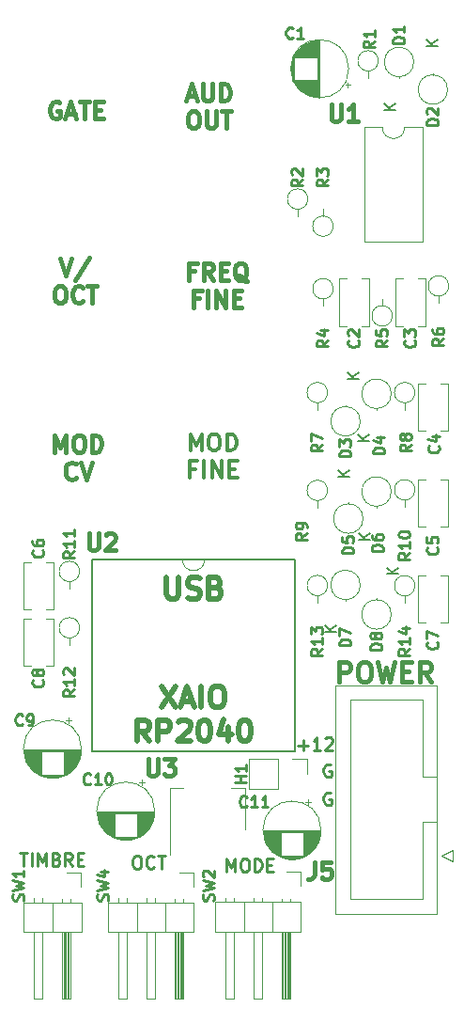
<source format=gto>
%TF.GenerationSoftware,KiCad,Pcbnew,(6.0.1)*%
%TF.CreationDate,2022-09-27T15:47:34-04:00*%
%TF.ProjectId,SYNTH-VCO-02,53594e54-482d-4564-934f-2d30322e6b69,1*%
%TF.SameCoordinates,Original*%
%TF.FileFunction,Legend,Top*%
%TF.FilePolarity,Positive*%
%FSLAX46Y46*%
G04 Gerber Fmt 4.6, Leading zero omitted, Abs format (unit mm)*
G04 Created by KiCad (PCBNEW (6.0.1)) date 2022-09-27 15:47:34*
%MOMM*%
%LPD*%
G01*
G04 APERTURE LIST*
%ADD10C,0.476250*%
%ADD11C,0.285750*%
%ADD12C,0.375000*%
%ADD13C,0.381000*%
%ADD14C,0.444500*%
%ADD15C,0.254000*%
%ADD16C,0.150000*%
%ADD17C,0.120000*%
G04 APERTURE END LIST*
D10*
X199535142Y-82259260D02*
X200805142Y-84164260D01*
X200805142Y-82259260D02*
X199535142Y-84164260D01*
X201440142Y-83619975D02*
X202347285Y-83619975D01*
X201258714Y-84164260D02*
X201893714Y-82259260D01*
X202528714Y-84164260D01*
X203163714Y-84164260D02*
X203163714Y-82259260D01*
X204433714Y-82259260D02*
X204796571Y-82259260D01*
X204978000Y-82349975D01*
X205159428Y-82531403D01*
X205250142Y-82894260D01*
X205250142Y-83529260D01*
X205159428Y-83892117D01*
X204978000Y-84073546D01*
X204796571Y-84164260D01*
X204433714Y-84164260D01*
X204252285Y-84073546D01*
X204070857Y-83892117D01*
X203980142Y-83529260D01*
X203980142Y-82894260D01*
X204070857Y-82531403D01*
X204252285Y-82349975D01*
X204433714Y-82259260D01*
X198446571Y-87231310D02*
X197811571Y-86324167D01*
X197358000Y-87231310D02*
X197358000Y-85326310D01*
X198083714Y-85326310D01*
X198265142Y-85417025D01*
X198355857Y-85507739D01*
X198446571Y-85689167D01*
X198446571Y-85961310D01*
X198355857Y-86142739D01*
X198265142Y-86233453D01*
X198083714Y-86324167D01*
X197358000Y-86324167D01*
X199263000Y-87231310D02*
X199263000Y-85326310D01*
X199988714Y-85326310D01*
X200170142Y-85417025D01*
X200260857Y-85507739D01*
X200351571Y-85689167D01*
X200351571Y-85961310D01*
X200260857Y-86142739D01*
X200170142Y-86233453D01*
X199988714Y-86324167D01*
X199263000Y-86324167D01*
X201077285Y-85507739D02*
X201168000Y-85417025D01*
X201349428Y-85326310D01*
X201803000Y-85326310D01*
X201984428Y-85417025D01*
X202075142Y-85507739D01*
X202165857Y-85689167D01*
X202165857Y-85870596D01*
X202075142Y-86142739D01*
X200986571Y-87231310D01*
X202165857Y-87231310D01*
X203345142Y-85326310D02*
X203526571Y-85326310D01*
X203708000Y-85417025D01*
X203798714Y-85507739D01*
X203889428Y-85689167D01*
X203980142Y-86052025D01*
X203980142Y-86505596D01*
X203889428Y-86868453D01*
X203798714Y-87049882D01*
X203708000Y-87140596D01*
X203526571Y-87231310D01*
X203345142Y-87231310D01*
X203163714Y-87140596D01*
X203073000Y-87049882D01*
X202982285Y-86868453D01*
X202891571Y-86505596D01*
X202891571Y-86052025D01*
X202982285Y-85689167D01*
X203073000Y-85507739D01*
X203163714Y-85417025D01*
X203345142Y-85326310D01*
X205613000Y-85961310D02*
X205613000Y-87231310D01*
X205159428Y-85235596D02*
X204705857Y-86596310D01*
X205885142Y-86596310D01*
X206973714Y-85326310D02*
X207155142Y-85326310D01*
X207336571Y-85417025D01*
X207427285Y-85507739D01*
X207518000Y-85689167D01*
X207608714Y-86052025D01*
X207608714Y-86505596D01*
X207518000Y-86868453D01*
X207427285Y-87049882D01*
X207336571Y-87140596D01*
X207155142Y-87231310D01*
X206973714Y-87231310D01*
X206792285Y-87140596D01*
X206701571Y-87049882D01*
X206610857Y-86868453D01*
X206520142Y-86505596D01*
X206520142Y-86052025D01*
X206610857Y-85689167D01*
X206701571Y-85507739D01*
X206792285Y-85417025D01*
X206973714Y-85326310D01*
D11*
X214809608Y-91884500D02*
X214700751Y-91830071D01*
X214537465Y-91830071D01*
X214374180Y-91884500D01*
X214265322Y-91993357D01*
X214210894Y-92102214D01*
X214156465Y-92319928D01*
X214156465Y-92483214D01*
X214210894Y-92700928D01*
X214265322Y-92809785D01*
X214374180Y-92918642D01*
X214537465Y-92973071D01*
X214646322Y-92973071D01*
X214809608Y-92918642D01*
X214864037Y-92864214D01*
X214864037Y-92483214D01*
X214646322Y-92483214D01*
X214807119Y-89344500D02*
X214698262Y-89290071D01*
X214534976Y-89290071D01*
X214371691Y-89344500D01*
X214262833Y-89453357D01*
X214208405Y-89562214D01*
X214153976Y-89779928D01*
X214153976Y-89943214D01*
X214208405Y-90160928D01*
X214262833Y-90269785D01*
X214371691Y-90378642D01*
X214534976Y-90433071D01*
X214643833Y-90433071D01*
X214807119Y-90378642D01*
X214861548Y-90324214D01*
X214861548Y-89943214D01*
X214643833Y-89943214D01*
D12*
X202180285Y-61066071D02*
X202180285Y-59566071D01*
X202680285Y-60637500D01*
X203180285Y-59566071D01*
X203180285Y-61066071D01*
X204180285Y-59566071D02*
X204466000Y-59566071D01*
X204608857Y-59637500D01*
X204751714Y-59780357D01*
X204823142Y-60066071D01*
X204823142Y-60566071D01*
X204751714Y-60851785D01*
X204608857Y-60994642D01*
X204466000Y-61066071D01*
X204180285Y-61066071D01*
X204037428Y-60994642D01*
X203894571Y-60851785D01*
X203823142Y-60566071D01*
X203823142Y-60066071D01*
X203894571Y-59780357D01*
X204037428Y-59637500D01*
X204180285Y-59566071D01*
X205466000Y-61066071D02*
X205466000Y-59566071D01*
X205823142Y-59566071D01*
X206037428Y-59637500D01*
X206180285Y-59780357D01*
X206251714Y-59923214D01*
X206323142Y-60208928D01*
X206323142Y-60423214D01*
X206251714Y-60708928D01*
X206180285Y-60851785D01*
X206037428Y-60994642D01*
X205823142Y-61066071D01*
X205466000Y-61066071D01*
X202608857Y-62695357D02*
X202108857Y-62695357D01*
X202108857Y-63481071D02*
X202108857Y-61981071D01*
X202823142Y-61981071D01*
X203394571Y-63481071D02*
X203394571Y-61981071D01*
X204108857Y-63481071D02*
X204108857Y-61981071D01*
X204966000Y-63481071D01*
X204966000Y-61981071D01*
X205680285Y-62695357D02*
X206180285Y-62695357D01*
X206394571Y-63481071D02*
X205680285Y-63481071D01*
X205680285Y-61981071D01*
X206394571Y-61981071D01*
D11*
X205449714Y-98942071D02*
X205449714Y-97799071D01*
X205830714Y-98615500D01*
X206211714Y-97799071D01*
X206211714Y-98942071D01*
X206973714Y-97799071D02*
X207191428Y-97799071D01*
X207300285Y-97853500D01*
X207409142Y-97962357D01*
X207463571Y-98180071D01*
X207463571Y-98561071D01*
X207409142Y-98778785D01*
X207300285Y-98887642D01*
X207191428Y-98942071D01*
X206973714Y-98942071D01*
X206864857Y-98887642D01*
X206756000Y-98778785D01*
X206701571Y-98561071D01*
X206701571Y-98180071D01*
X206756000Y-97962357D01*
X206864857Y-97853500D01*
X206973714Y-97799071D01*
X207953428Y-98942071D02*
X207953428Y-97799071D01*
X208225571Y-97799071D01*
X208388857Y-97853500D01*
X208497714Y-97962357D01*
X208552142Y-98071214D01*
X208606571Y-98288928D01*
X208606571Y-98452214D01*
X208552142Y-98669928D01*
X208497714Y-98778785D01*
X208388857Y-98887642D01*
X208225571Y-98942071D01*
X207953428Y-98942071D01*
X209096428Y-98343357D02*
X209477428Y-98343357D01*
X209640714Y-98942071D02*
X209096428Y-98942071D01*
X209096428Y-97799071D01*
X209640714Y-97799071D01*
D13*
X190373000Y-29718000D02*
X190227857Y-29645428D01*
X190010142Y-29645428D01*
X189792428Y-29718000D01*
X189647285Y-29863142D01*
X189574714Y-30008285D01*
X189502142Y-30298571D01*
X189502142Y-30516285D01*
X189574714Y-30806571D01*
X189647285Y-30951714D01*
X189792428Y-31096857D01*
X190010142Y-31169428D01*
X190155285Y-31169428D01*
X190373000Y-31096857D01*
X190445571Y-31024285D01*
X190445571Y-30516285D01*
X190155285Y-30516285D01*
X191026142Y-30734000D02*
X191751857Y-30734000D01*
X190881000Y-31169428D02*
X191389000Y-29645428D01*
X191897000Y-31169428D01*
X192187285Y-29645428D02*
X193058142Y-29645428D01*
X192622714Y-31169428D02*
X192622714Y-29645428D01*
X193566142Y-30371142D02*
X194074142Y-30371142D01*
X194291857Y-31169428D02*
X193566142Y-31169428D01*
X193566142Y-29645428D01*
X194291857Y-29645428D01*
D11*
X186826071Y-97291071D02*
X187479214Y-97291071D01*
X187152642Y-98434071D02*
X187152642Y-97291071D01*
X187860214Y-98434071D02*
X187860214Y-97291071D01*
X188404500Y-98434071D02*
X188404500Y-97291071D01*
X188785500Y-98107500D01*
X189166500Y-97291071D01*
X189166500Y-98434071D01*
X190091785Y-97835357D02*
X190255071Y-97889785D01*
X190309500Y-97944214D01*
X190363928Y-98053071D01*
X190363928Y-98216357D01*
X190309500Y-98325214D01*
X190255071Y-98379642D01*
X190146214Y-98434071D01*
X189710785Y-98434071D01*
X189710785Y-97291071D01*
X190091785Y-97291071D01*
X190200642Y-97345500D01*
X190255071Y-97399928D01*
X190309500Y-97508785D01*
X190309500Y-97617642D01*
X190255071Y-97726500D01*
X190200642Y-97780928D01*
X190091785Y-97835357D01*
X189710785Y-97835357D01*
X191506928Y-98434071D02*
X191125928Y-97889785D01*
X190853785Y-98434071D02*
X190853785Y-97291071D01*
X191289214Y-97291071D01*
X191398071Y-97345500D01*
X191452500Y-97399928D01*
X191506928Y-97508785D01*
X191506928Y-97672071D01*
X191452500Y-97780928D01*
X191398071Y-97835357D01*
X191289214Y-97889785D01*
X190853785Y-97889785D01*
X191996785Y-97835357D02*
X192377785Y-97835357D01*
X192541071Y-98434071D02*
X191996785Y-98434071D01*
X191996785Y-97291071D01*
X192541071Y-97291071D01*
D13*
X201911857Y-29126180D02*
X202637571Y-29126180D01*
X201766714Y-29561608D02*
X202274714Y-28037608D01*
X202782714Y-29561608D01*
X203290714Y-28037608D02*
X203290714Y-29271322D01*
X203363285Y-29416465D01*
X203435857Y-29489037D01*
X203581000Y-29561608D01*
X203871285Y-29561608D01*
X204016428Y-29489037D01*
X204089000Y-29416465D01*
X204161571Y-29271322D01*
X204161571Y-28037608D01*
X204887285Y-29561608D02*
X204887285Y-28037608D01*
X205250142Y-28037608D01*
X205467857Y-28110180D01*
X205613000Y-28255322D01*
X205685571Y-28400465D01*
X205758142Y-28690751D01*
X205758142Y-28908465D01*
X205685571Y-29198751D01*
X205613000Y-29343894D01*
X205467857Y-29489037D01*
X205250142Y-29561608D01*
X204887285Y-29561608D01*
X202311000Y-30491248D02*
X202601285Y-30491248D01*
X202746428Y-30563820D01*
X202891571Y-30708962D01*
X202964142Y-30999248D01*
X202964142Y-31507248D01*
X202891571Y-31797534D01*
X202746428Y-31942677D01*
X202601285Y-32015248D01*
X202311000Y-32015248D01*
X202165857Y-31942677D01*
X202020714Y-31797534D01*
X201948142Y-31507248D01*
X201948142Y-30999248D01*
X202020714Y-30708962D01*
X202165857Y-30563820D01*
X202311000Y-30491248D01*
X203617285Y-30491248D02*
X203617285Y-31724962D01*
X203689857Y-31870105D01*
X203762428Y-31942677D01*
X203907571Y-32015248D01*
X204197857Y-32015248D01*
X204343000Y-31942677D01*
X204415571Y-31870105D01*
X204488142Y-31724962D01*
X204488142Y-30491248D01*
X204996142Y-30491248D02*
X205867000Y-30491248D01*
X205431571Y-32015248D02*
X205431571Y-30491248D01*
D10*
X200034071Y-72489785D02*
X200034071Y-74031928D01*
X200124785Y-74213357D01*
X200215500Y-74304071D01*
X200396928Y-74394785D01*
X200759785Y-74394785D01*
X200941214Y-74304071D01*
X201031928Y-74213357D01*
X201122642Y-74031928D01*
X201122642Y-72489785D01*
X201939071Y-74304071D02*
X202211214Y-74394785D01*
X202664785Y-74394785D01*
X202846214Y-74304071D01*
X202936928Y-74213357D01*
X203027642Y-74031928D01*
X203027642Y-73850500D01*
X202936928Y-73669071D01*
X202846214Y-73578357D01*
X202664785Y-73487642D01*
X202301928Y-73396928D01*
X202120500Y-73306214D01*
X202029785Y-73215500D01*
X201939071Y-73034071D01*
X201939071Y-72852642D01*
X202029785Y-72671214D01*
X202120500Y-72580500D01*
X202301928Y-72489785D01*
X202755500Y-72489785D01*
X203027642Y-72580500D01*
X204479071Y-73396928D02*
X204751214Y-73487642D01*
X204841928Y-73578357D01*
X204932642Y-73759785D01*
X204932642Y-74031928D01*
X204841928Y-74213357D01*
X204751214Y-74304071D01*
X204569785Y-74394785D01*
X203844071Y-74394785D01*
X203844071Y-72489785D01*
X204479071Y-72489785D01*
X204660500Y-72580500D01*
X204751214Y-72671214D01*
X204841928Y-72852642D01*
X204841928Y-73034071D01*
X204751214Y-73215500D01*
X204660500Y-73306214D01*
X204479071Y-73396928D01*
X203844071Y-73396928D01*
D14*
X215603666Y-81830333D02*
X215603666Y-80052333D01*
X216281000Y-80052333D01*
X216450333Y-80137000D01*
X216535000Y-80221666D01*
X216619666Y-80391000D01*
X216619666Y-80645000D01*
X216535000Y-80814333D01*
X216450333Y-80899000D01*
X216281000Y-80983666D01*
X215603666Y-80983666D01*
X217720333Y-80052333D02*
X218059000Y-80052333D01*
X218228333Y-80137000D01*
X218397666Y-80306333D01*
X218482333Y-80645000D01*
X218482333Y-81237666D01*
X218397666Y-81576333D01*
X218228333Y-81745666D01*
X218059000Y-81830333D01*
X217720333Y-81830333D01*
X217551000Y-81745666D01*
X217381666Y-81576333D01*
X217297000Y-81237666D01*
X217297000Y-80645000D01*
X217381666Y-80306333D01*
X217551000Y-80137000D01*
X217720333Y-80052333D01*
X219075000Y-80052333D02*
X219498333Y-81830333D01*
X219837000Y-80560333D01*
X220175666Y-81830333D01*
X220599000Y-80052333D01*
X221276333Y-80899000D02*
X221869000Y-80899000D01*
X222123000Y-81830333D02*
X221276333Y-81830333D01*
X221276333Y-80052333D01*
X222123000Y-80052333D01*
X223901000Y-81830333D02*
X223308333Y-80983666D01*
X222885000Y-81830333D02*
X222885000Y-80052333D01*
X223562333Y-80052333D01*
X223731666Y-80137000D01*
X223816333Y-80221666D01*
X223901000Y-80391000D01*
X223901000Y-80645000D01*
X223816333Y-80814333D01*
X223731666Y-80899000D01*
X223562333Y-80983666D01*
X222885000Y-80983666D01*
D13*
X190463714Y-43785608D02*
X190971714Y-45309608D01*
X191479714Y-43785608D01*
X193076285Y-43713037D02*
X191770000Y-45672465D01*
X190282285Y-46239248D02*
X190572571Y-46239248D01*
X190717714Y-46311820D01*
X190862857Y-46456962D01*
X190935428Y-46747248D01*
X190935428Y-47255248D01*
X190862857Y-47545534D01*
X190717714Y-47690677D01*
X190572571Y-47763248D01*
X190282285Y-47763248D01*
X190137142Y-47690677D01*
X189992000Y-47545534D01*
X189919428Y-47255248D01*
X189919428Y-46747248D01*
X189992000Y-46456962D01*
X190137142Y-46311820D01*
X190282285Y-46239248D01*
X192459428Y-47618105D02*
X192386857Y-47690677D01*
X192169142Y-47763248D01*
X192024000Y-47763248D01*
X191806285Y-47690677D01*
X191661142Y-47545534D01*
X191588571Y-47400391D01*
X191516000Y-47110105D01*
X191516000Y-46892391D01*
X191588571Y-46602105D01*
X191661142Y-46456962D01*
X191806285Y-46311820D01*
X192024000Y-46239248D01*
X192169142Y-46239248D01*
X192386857Y-46311820D01*
X192459428Y-46384391D01*
X192894857Y-46239248D02*
X193765714Y-46239248D01*
X193330285Y-47763248D02*
X193330285Y-46239248D01*
D11*
X197258214Y-97545071D02*
X197475928Y-97545071D01*
X197584785Y-97599500D01*
X197693642Y-97708357D01*
X197748071Y-97926071D01*
X197748071Y-98307071D01*
X197693642Y-98524785D01*
X197584785Y-98633642D01*
X197475928Y-98688071D01*
X197258214Y-98688071D01*
X197149357Y-98633642D01*
X197040500Y-98524785D01*
X196986071Y-98307071D01*
X196986071Y-97926071D01*
X197040500Y-97708357D01*
X197149357Y-97599500D01*
X197258214Y-97545071D01*
X198891071Y-98579214D02*
X198836642Y-98633642D01*
X198673357Y-98688071D01*
X198564500Y-98688071D01*
X198401214Y-98633642D01*
X198292357Y-98524785D01*
X198237928Y-98415928D01*
X198183500Y-98198214D01*
X198183500Y-98034928D01*
X198237928Y-97817214D01*
X198292357Y-97708357D01*
X198401214Y-97599500D01*
X198564500Y-97545071D01*
X198673357Y-97545071D01*
X198836642Y-97599500D01*
X198891071Y-97653928D01*
X199217642Y-97545071D02*
X199870785Y-97545071D01*
X199544214Y-98688071D02*
X199544214Y-97545071D01*
X211886119Y-87584642D02*
X212756976Y-87584642D01*
X212321548Y-88020071D02*
X212321548Y-87149214D01*
X213899976Y-88020071D02*
X213246833Y-88020071D01*
X213573405Y-88020071D02*
X213573405Y-86877071D01*
X213464548Y-87040357D01*
X213355691Y-87149214D01*
X213246833Y-87203642D01*
X214335405Y-86985928D02*
X214389833Y-86931500D01*
X214498691Y-86877071D01*
X214770833Y-86877071D01*
X214879691Y-86931500D01*
X214934119Y-86985928D01*
X214988548Y-87094785D01*
X214988548Y-87203642D01*
X214934119Y-87366928D01*
X214280976Y-88020071D01*
X214988548Y-88020071D01*
D13*
X189955714Y-61184608D02*
X189955714Y-59660608D01*
X190463714Y-60749180D01*
X190971714Y-59660608D01*
X190971714Y-61184608D01*
X191987714Y-59660608D02*
X192278000Y-59660608D01*
X192423142Y-59733180D01*
X192568285Y-59878322D01*
X192640857Y-60168608D01*
X192640857Y-60676608D01*
X192568285Y-60966894D01*
X192423142Y-61112037D01*
X192278000Y-61184608D01*
X191987714Y-61184608D01*
X191842571Y-61112037D01*
X191697428Y-60966894D01*
X191624857Y-60676608D01*
X191624857Y-60168608D01*
X191697428Y-59878322D01*
X191842571Y-59733180D01*
X191987714Y-59660608D01*
X193294000Y-61184608D02*
X193294000Y-59660608D01*
X193656857Y-59660608D01*
X193874571Y-59733180D01*
X194019714Y-59878322D01*
X194092285Y-60023465D01*
X194164857Y-60313751D01*
X194164857Y-60531465D01*
X194092285Y-60821751D01*
X194019714Y-60966894D01*
X193874571Y-61112037D01*
X193656857Y-61184608D01*
X193294000Y-61184608D01*
X191842571Y-63493105D02*
X191770000Y-63565677D01*
X191552285Y-63638248D01*
X191407142Y-63638248D01*
X191189428Y-63565677D01*
X191044285Y-63420534D01*
X190971714Y-63275391D01*
X190899142Y-62985105D01*
X190899142Y-62767391D01*
X190971714Y-62477105D01*
X191044285Y-62331962D01*
X191189428Y-62186820D01*
X191407142Y-62114248D01*
X191552285Y-62114248D01*
X191770000Y-62186820D01*
X191842571Y-62259391D01*
X192278000Y-62114248D02*
X192786000Y-63638248D01*
X193294000Y-62114248D01*
X202565000Y-44892322D02*
X202057000Y-44892322D01*
X202057000Y-45690608D02*
X202057000Y-44166608D01*
X202782714Y-44166608D01*
X204234142Y-45690608D02*
X203726142Y-44964894D01*
X203363285Y-45690608D02*
X203363285Y-44166608D01*
X203943857Y-44166608D01*
X204089000Y-44239180D01*
X204161571Y-44311751D01*
X204234142Y-44456894D01*
X204234142Y-44674608D01*
X204161571Y-44819751D01*
X204089000Y-44892322D01*
X203943857Y-44964894D01*
X203363285Y-44964894D01*
X204887285Y-44892322D02*
X205395285Y-44892322D01*
X205613000Y-45690608D02*
X204887285Y-45690608D01*
X204887285Y-44166608D01*
X205613000Y-44166608D01*
X207282142Y-45835751D02*
X207137000Y-45763180D01*
X206991857Y-45618037D01*
X206774142Y-45400322D01*
X206629000Y-45327751D01*
X206483857Y-45327751D01*
X206556428Y-45690608D02*
X206411285Y-45618037D01*
X206266142Y-45472894D01*
X206193571Y-45182608D01*
X206193571Y-44674608D01*
X206266142Y-44384322D01*
X206411285Y-44239180D01*
X206556428Y-44166608D01*
X206846714Y-44166608D01*
X206991857Y-44239180D01*
X207137000Y-44384322D01*
X207209571Y-44674608D01*
X207209571Y-45182608D01*
X207137000Y-45472894D01*
X206991857Y-45618037D01*
X206846714Y-45690608D01*
X206556428Y-45690608D01*
X202964142Y-47345962D02*
X202456142Y-47345962D01*
X202456142Y-48144248D02*
X202456142Y-46620248D01*
X203181857Y-46620248D01*
X203762428Y-48144248D02*
X203762428Y-46620248D01*
X204488142Y-48144248D02*
X204488142Y-46620248D01*
X205359000Y-48144248D01*
X205359000Y-46620248D01*
X206084714Y-47345962D02*
X206592714Y-47345962D01*
X206810428Y-48144248D02*
X206084714Y-48144248D01*
X206084714Y-46620248D01*
X206810428Y-46620248D01*
D15*
%TO.C,C11*%
X207245857Y-93072857D02*
X207197476Y-93121238D01*
X207052333Y-93169619D01*
X206955571Y-93169619D01*
X206810428Y-93121238D01*
X206713666Y-93024476D01*
X206665285Y-92927714D01*
X206616904Y-92734190D01*
X206616904Y-92589047D01*
X206665285Y-92395523D01*
X206713666Y-92298761D01*
X206810428Y-92202000D01*
X206955571Y-92153619D01*
X207052333Y-92153619D01*
X207197476Y-92202000D01*
X207245857Y-92250380D01*
X208213476Y-93169619D02*
X207632904Y-93169619D01*
X207923190Y-93169619D02*
X207923190Y-92153619D01*
X207826428Y-92298761D01*
X207729666Y-92395523D01*
X207632904Y-92443904D01*
X209181095Y-93169619D02*
X208600523Y-93169619D01*
X208890809Y-93169619D02*
X208890809Y-92153619D01*
X208794047Y-92298761D01*
X208697285Y-92395523D01*
X208600523Y-92443904D01*
%TO.C,R7*%
X214073619Y-60494333D02*
X213589809Y-60833000D01*
X214073619Y-61074904D02*
X213057619Y-61074904D01*
X213057619Y-60687857D01*
X213106000Y-60591095D01*
X213154380Y-60542714D01*
X213251142Y-60494333D01*
X213396285Y-60494333D01*
X213493047Y-60542714D01*
X213541428Y-60591095D01*
X213589809Y-60687857D01*
X213589809Y-61074904D01*
X213057619Y-60155666D02*
X213057619Y-59478333D01*
X214073619Y-59913761D01*
%TO.C,C9*%
X187028666Y-85706857D02*
X186980285Y-85755238D01*
X186835142Y-85803619D01*
X186738380Y-85803619D01*
X186593238Y-85755238D01*
X186496476Y-85658476D01*
X186448095Y-85561714D01*
X186399714Y-85368190D01*
X186399714Y-85223047D01*
X186448095Y-85029523D01*
X186496476Y-84932761D01*
X186593238Y-84836000D01*
X186738380Y-84787619D01*
X186835142Y-84787619D01*
X186980285Y-84836000D01*
X187028666Y-84884380D01*
X187512476Y-85803619D02*
X187706000Y-85803619D01*
X187802761Y-85755238D01*
X187851142Y-85706857D01*
X187947904Y-85561714D01*
X187996285Y-85368190D01*
X187996285Y-84981142D01*
X187947904Y-84884380D01*
X187899523Y-84836000D01*
X187802761Y-84787619D01*
X187609238Y-84787619D01*
X187512476Y-84836000D01*
X187464095Y-84884380D01*
X187415714Y-84981142D01*
X187415714Y-85223047D01*
X187464095Y-85319809D01*
X187512476Y-85368190D01*
X187609238Y-85416571D01*
X187802761Y-85416571D01*
X187899523Y-85368190D01*
X187947904Y-85319809D01*
X187996285Y-85223047D01*
%TO.C,D1*%
X221439619Y-24371904D02*
X220423619Y-24371904D01*
X220423619Y-24130000D01*
X220472000Y-23984857D01*
X220568761Y-23888095D01*
X220665523Y-23839714D01*
X220859047Y-23791333D01*
X221004190Y-23791333D01*
X221197714Y-23839714D01*
X221294476Y-23888095D01*
X221391238Y-23984857D01*
X221439619Y-24130000D01*
X221439619Y-24371904D01*
X221439619Y-22823714D02*
X221439619Y-23404285D01*
X221439619Y-23114000D02*
X220423619Y-23114000D01*
X220568761Y-23210761D01*
X220665523Y-23307523D01*
X220713904Y-23404285D01*
D16*
X220670380Y-30360904D02*
X219670380Y-30360904D01*
X220670380Y-29789476D02*
X220098952Y-30218047D01*
X219670380Y-29789476D02*
X220241809Y-30360904D01*
D15*
%TO.C,D5*%
X216867619Y-70309531D02*
X215851619Y-70309531D01*
X215851619Y-70067627D01*
X215900000Y-69922484D01*
X215996761Y-69825722D01*
X216093523Y-69777341D01*
X216287047Y-69728960D01*
X216432190Y-69728960D01*
X216625714Y-69777341D01*
X216722476Y-69825722D01*
X216819238Y-69922484D01*
X216867619Y-70067627D01*
X216867619Y-70309531D01*
X215851619Y-68809722D02*
X215851619Y-69293531D01*
X216335428Y-69341912D01*
X216287047Y-69293531D01*
X216238666Y-69196769D01*
X216238666Y-68954865D01*
X216287047Y-68858103D01*
X216335428Y-68809722D01*
X216432190Y-68761341D01*
X216674095Y-68761341D01*
X216770857Y-68809722D01*
X216819238Y-68858103D01*
X216867619Y-68954865D01*
X216867619Y-69196769D01*
X216819238Y-69293531D01*
X216770857Y-69341912D01*
D16*
X216479380Y-63380904D02*
X215479380Y-63380904D01*
X216479380Y-62809476D02*
X215907952Y-63238047D01*
X215479380Y-62809476D02*
X216050809Y-63380904D01*
D15*
%TO.C,D8*%
X219407619Y-78981904D02*
X218391619Y-78981904D01*
X218391619Y-78740000D01*
X218440000Y-78594857D01*
X218536761Y-78498095D01*
X218633523Y-78449714D01*
X218827047Y-78401333D01*
X218972190Y-78401333D01*
X219165714Y-78449714D01*
X219262476Y-78498095D01*
X219359238Y-78594857D01*
X219407619Y-78740000D01*
X219407619Y-78981904D01*
X218827047Y-77820761D02*
X218778666Y-77917523D01*
X218730285Y-77965904D01*
X218633523Y-78014285D01*
X218585142Y-78014285D01*
X218488380Y-77965904D01*
X218440000Y-77917523D01*
X218391619Y-77820761D01*
X218391619Y-77627238D01*
X218440000Y-77530476D01*
X218488380Y-77482095D01*
X218585142Y-77433714D01*
X218633523Y-77433714D01*
X218730285Y-77482095D01*
X218778666Y-77530476D01*
X218827047Y-77627238D01*
X218827047Y-77820761D01*
X218875428Y-77917523D01*
X218923809Y-77965904D01*
X219020571Y-78014285D01*
X219214095Y-78014285D01*
X219310857Y-77965904D01*
X219359238Y-77917523D01*
X219407619Y-77820761D01*
X219407619Y-77627238D01*
X219359238Y-77530476D01*
X219310857Y-77482095D01*
X219214095Y-77433714D01*
X219020571Y-77433714D01*
X218923809Y-77482095D01*
X218875428Y-77530476D01*
X218827047Y-77627238D01*
D16*
X220924380Y-72163904D02*
X219924380Y-72163904D01*
X220924380Y-71592476D02*
X220352952Y-72021047D01*
X219924380Y-71592476D02*
X220495809Y-72163904D01*
D15*
%TO.C,SW2*%
X204246238Y-101557666D02*
X204294619Y-101412523D01*
X204294619Y-101170619D01*
X204246238Y-101073857D01*
X204197857Y-101025476D01*
X204101095Y-100977095D01*
X204004333Y-100977095D01*
X203907571Y-101025476D01*
X203859190Y-101073857D01*
X203810809Y-101170619D01*
X203762428Y-101364142D01*
X203714047Y-101460904D01*
X203665666Y-101509285D01*
X203568904Y-101557666D01*
X203472142Y-101557666D01*
X203375380Y-101509285D01*
X203327000Y-101460904D01*
X203278619Y-101364142D01*
X203278619Y-101122238D01*
X203327000Y-100977095D01*
X203278619Y-100638428D02*
X204294619Y-100396523D01*
X203568904Y-100203000D01*
X204294619Y-100009476D01*
X203278619Y-99767571D01*
X203375380Y-99428904D02*
X203327000Y-99380523D01*
X203278619Y-99283761D01*
X203278619Y-99041857D01*
X203327000Y-98945095D01*
X203375380Y-98896714D01*
X203472142Y-98848333D01*
X203568904Y-98848333D01*
X203714047Y-98896714D01*
X204294619Y-99477285D01*
X204294619Y-98848333D01*
%TO.C,D6*%
X219534619Y-70091904D02*
X218518619Y-70091904D01*
X218518619Y-69850000D01*
X218567000Y-69704857D01*
X218663761Y-69608095D01*
X218760523Y-69559714D01*
X218954047Y-69511333D01*
X219099190Y-69511333D01*
X219292714Y-69559714D01*
X219389476Y-69608095D01*
X219486238Y-69704857D01*
X219534619Y-69850000D01*
X219534619Y-70091904D01*
X218518619Y-68640476D02*
X218518619Y-68834000D01*
X218567000Y-68930761D01*
X218615380Y-68979142D01*
X218760523Y-69075904D01*
X218954047Y-69124285D01*
X219341095Y-69124285D01*
X219437857Y-69075904D01*
X219486238Y-69027523D01*
X219534619Y-68930761D01*
X219534619Y-68737238D01*
X219486238Y-68640476D01*
X219437857Y-68592095D01*
X219341095Y-68543714D01*
X219099190Y-68543714D01*
X219002428Y-68592095D01*
X218954047Y-68640476D01*
X218905666Y-68737238D01*
X218905666Y-68930761D01*
X218954047Y-69027523D01*
X219002428Y-69075904D01*
X219099190Y-69124285D01*
D16*
X218384380Y-69095904D02*
X217384380Y-69095904D01*
X218384380Y-68524476D02*
X217812952Y-68953047D01*
X217384380Y-68524476D02*
X217955809Y-69095904D01*
D15*
%TO.C,SW1*%
X187101238Y-101557666D02*
X187149619Y-101412523D01*
X187149619Y-101170619D01*
X187101238Y-101073857D01*
X187052857Y-101025476D01*
X186956095Y-100977095D01*
X186859333Y-100977095D01*
X186762571Y-101025476D01*
X186714190Y-101073857D01*
X186665809Y-101170619D01*
X186617428Y-101364142D01*
X186569047Y-101460904D01*
X186520666Y-101509285D01*
X186423904Y-101557666D01*
X186327142Y-101557666D01*
X186230380Y-101509285D01*
X186182000Y-101460904D01*
X186133619Y-101364142D01*
X186133619Y-101122238D01*
X186182000Y-100977095D01*
X186133619Y-100638428D02*
X187149619Y-100396523D01*
X186423904Y-100203000D01*
X187149619Y-100009476D01*
X186133619Y-99767571D01*
X187149619Y-98848333D02*
X187149619Y-99428904D01*
X187149619Y-99138619D02*
X186133619Y-99138619D01*
X186278761Y-99235380D01*
X186375523Y-99332142D01*
X186423904Y-99428904D01*
%TO.C,R13*%
X214073619Y-78885142D02*
X213589809Y-79223809D01*
X214073619Y-79465714D02*
X213057619Y-79465714D01*
X213057619Y-79078666D01*
X213106000Y-78981904D01*
X213154380Y-78933523D01*
X213251142Y-78885142D01*
X213396285Y-78885142D01*
X213493047Y-78933523D01*
X213541428Y-78981904D01*
X213589809Y-79078666D01*
X213589809Y-79465714D01*
X214073619Y-77917523D02*
X214073619Y-78498095D01*
X214073619Y-78207809D02*
X213057619Y-78207809D01*
X213202761Y-78304571D01*
X213299523Y-78401333D01*
X213347904Y-78498095D01*
X213057619Y-77578857D02*
X213057619Y-76949904D01*
X213444666Y-77288571D01*
X213444666Y-77143428D01*
X213493047Y-77046666D01*
X213541428Y-76998285D01*
X213638190Y-76949904D01*
X213880095Y-76949904D01*
X213976857Y-76998285D01*
X214025238Y-77046666D01*
X214073619Y-77143428D01*
X214073619Y-77433714D01*
X214025238Y-77530476D01*
X213976857Y-77578857D01*
%TO.C,R12*%
X191721619Y-82568142D02*
X191237809Y-82906809D01*
X191721619Y-83148714D02*
X190705619Y-83148714D01*
X190705619Y-82761666D01*
X190754000Y-82664904D01*
X190802380Y-82616523D01*
X190899142Y-82568142D01*
X191044285Y-82568142D01*
X191141047Y-82616523D01*
X191189428Y-82664904D01*
X191237809Y-82761666D01*
X191237809Y-83148714D01*
X191721619Y-81600523D02*
X191721619Y-82181095D01*
X191721619Y-81890809D02*
X190705619Y-81890809D01*
X190850761Y-81987571D01*
X190947523Y-82084333D01*
X190995904Y-82181095D01*
X190802380Y-81213476D02*
X190754000Y-81165095D01*
X190705619Y-81068333D01*
X190705619Y-80826428D01*
X190754000Y-80729666D01*
X190802380Y-80681285D01*
X190899142Y-80632904D01*
X190995904Y-80632904D01*
X191141047Y-80681285D01*
X191721619Y-81261857D01*
X191721619Y-80632904D01*
%TO.C,R3*%
X214581619Y-36618333D02*
X214097809Y-36957000D01*
X214581619Y-37198904D02*
X213565619Y-37198904D01*
X213565619Y-36811857D01*
X213614000Y-36715095D01*
X213662380Y-36666714D01*
X213759142Y-36618333D01*
X213904285Y-36618333D01*
X214001047Y-36666714D01*
X214049428Y-36715095D01*
X214097809Y-36811857D01*
X214097809Y-37198904D01*
X213565619Y-36279666D02*
X213565619Y-35650714D01*
X213952666Y-35989380D01*
X213952666Y-35844238D01*
X214001047Y-35747476D01*
X214049428Y-35699095D01*
X214146190Y-35650714D01*
X214388095Y-35650714D01*
X214484857Y-35699095D01*
X214533238Y-35747476D01*
X214581619Y-35844238D01*
X214581619Y-36134523D01*
X214533238Y-36231285D01*
X214484857Y-36279666D01*
%TO.C,C4*%
X224517857Y-60621333D02*
X224566238Y-60669714D01*
X224614619Y-60814857D01*
X224614619Y-60911619D01*
X224566238Y-61056761D01*
X224469476Y-61153523D01*
X224372714Y-61201904D01*
X224179190Y-61250285D01*
X224034047Y-61250285D01*
X223840523Y-61201904D01*
X223743761Y-61153523D01*
X223647000Y-61056761D01*
X223598619Y-60911619D01*
X223598619Y-60814857D01*
X223647000Y-60669714D01*
X223695380Y-60621333D01*
X223937285Y-59750476D02*
X224614619Y-59750476D01*
X223550238Y-59992380D02*
X224275952Y-60234285D01*
X224275952Y-59605333D01*
%TO.C,C5*%
X224390857Y-69765333D02*
X224439238Y-69813714D01*
X224487619Y-69958857D01*
X224487619Y-70055619D01*
X224439238Y-70200761D01*
X224342476Y-70297523D01*
X224245714Y-70345904D01*
X224052190Y-70394285D01*
X223907047Y-70394285D01*
X223713523Y-70345904D01*
X223616761Y-70297523D01*
X223520000Y-70200761D01*
X223471619Y-70055619D01*
X223471619Y-69958857D01*
X223520000Y-69813714D01*
X223568380Y-69765333D01*
X223471619Y-68846095D02*
X223471619Y-69329904D01*
X223955428Y-69378285D01*
X223907047Y-69329904D01*
X223858666Y-69233142D01*
X223858666Y-68991238D01*
X223907047Y-68894476D01*
X223955428Y-68846095D01*
X224052190Y-68797714D01*
X224294095Y-68797714D01*
X224390857Y-68846095D01*
X224439238Y-68894476D01*
X224487619Y-68991238D01*
X224487619Y-69233142D01*
X224439238Y-69329904D01*
X224390857Y-69378285D01*
%TO.C,SW4*%
X194721238Y-101557666D02*
X194769619Y-101412523D01*
X194769619Y-101170619D01*
X194721238Y-101073857D01*
X194672857Y-101025476D01*
X194576095Y-100977095D01*
X194479333Y-100977095D01*
X194382571Y-101025476D01*
X194334190Y-101073857D01*
X194285809Y-101170619D01*
X194237428Y-101364142D01*
X194189047Y-101460904D01*
X194140666Y-101509285D01*
X194043904Y-101557666D01*
X193947142Y-101557666D01*
X193850380Y-101509285D01*
X193802000Y-101460904D01*
X193753619Y-101364142D01*
X193753619Y-101122238D01*
X193802000Y-100977095D01*
X193753619Y-100638428D02*
X194769619Y-100396523D01*
X194043904Y-100203000D01*
X194769619Y-100009476D01*
X193753619Y-99767571D01*
X194092285Y-98945095D02*
X194769619Y-98945095D01*
X193705238Y-99187000D02*
X194430952Y-99428904D01*
X194430952Y-98799952D01*
%TO.C,D4*%
X219661619Y-61328904D02*
X218645619Y-61328904D01*
X218645619Y-61087000D01*
X218694000Y-60941857D01*
X218790761Y-60845095D01*
X218887523Y-60796714D01*
X219081047Y-60748333D01*
X219226190Y-60748333D01*
X219419714Y-60796714D01*
X219516476Y-60845095D01*
X219613238Y-60941857D01*
X219661619Y-61087000D01*
X219661619Y-61328904D01*
X218984285Y-59877476D02*
X219661619Y-59877476D01*
X218597238Y-60119380D02*
X219322952Y-60361285D01*
X219322952Y-59732333D01*
D16*
X218257380Y-60205904D02*
X217257380Y-60205904D01*
X218257380Y-59634476D02*
X217685952Y-60063047D01*
X217257380Y-59634476D02*
X217828809Y-60205904D01*
D15*
%TO.C,C2*%
X217278857Y-51096333D02*
X217327238Y-51144714D01*
X217375619Y-51289857D01*
X217375619Y-51386619D01*
X217327238Y-51531761D01*
X217230476Y-51628523D01*
X217133714Y-51676904D01*
X216940190Y-51725285D01*
X216795047Y-51725285D01*
X216601523Y-51676904D01*
X216504761Y-51628523D01*
X216408000Y-51531761D01*
X216359619Y-51386619D01*
X216359619Y-51289857D01*
X216408000Y-51144714D01*
X216456380Y-51096333D01*
X216456380Y-50709285D02*
X216408000Y-50660904D01*
X216359619Y-50564142D01*
X216359619Y-50322238D01*
X216408000Y-50225476D01*
X216456380Y-50177095D01*
X216553142Y-50128714D01*
X216649904Y-50128714D01*
X216795047Y-50177095D01*
X217375619Y-50757666D01*
X217375619Y-50128714D01*
%TO.C,R5*%
X219915619Y-51096333D02*
X219431809Y-51435000D01*
X219915619Y-51676904D02*
X218899619Y-51676904D01*
X218899619Y-51289857D01*
X218948000Y-51193095D01*
X218996380Y-51144714D01*
X219093142Y-51096333D01*
X219238285Y-51096333D01*
X219335047Y-51144714D01*
X219383428Y-51193095D01*
X219431809Y-51289857D01*
X219431809Y-51676904D01*
X218899619Y-50177095D02*
X218899619Y-50660904D01*
X219383428Y-50709285D01*
X219335047Y-50660904D01*
X219286666Y-50564142D01*
X219286666Y-50322238D01*
X219335047Y-50225476D01*
X219383428Y-50177095D01*
X219480190Y-50128714D01*
X219722095Y-50128714D01*
X219818857Y-50177095D01*
X219867238Y-50225476D01*
X219915619Y-50322238D01*
X219915619Y-50564142D01*
X219867238Y-50660904D01*
X219818857Y-50709285D01*
%TO.C,R8*%
X222074619Y-60494333D02*
X221590809Y-60833000D01*
X222074619Y-61074904D02*
X221058619Y-61074904D01*
X221058619Y-60687857D01*
X221107000Y-60591095D01*
X221155380Y-60542714D01*
X221252142Y-60494333D01*
X221397285Y-60494333D01*
X221494047Y-60542714D01*
X221542428Y-60591095D01*
X221590809Y-60687857D01*
X221590809Y-61074904D01*
X221494047Y-59913761D02*
X221445666Y-60010523D01*
X221397285Y-60058904D01*
X221300523Y-60107285D01*
X221252142Y-60107285D01*
X221155380Y-60058904D01*
X221107000Y-60010523D01*
X221058619Y-59913761D01*
X221058619Y-59720238D01*
X221107000Y-59623476D01*
X221155380Y-59575095D01*
X221252142Y-59526714D01*
X221300523Y-59526714D01*
X221397285Y-59575095D01*
X221445666Y-59623476D01*
X221494047Y-59720238D01*
X221494047Y-59913761D01*
X221542428Y-60010523D01*
X221590809Y-60058904D01*
X221687571Y-60107285D01*
X221881095Y-60107285D01*
X221977857Y-60058904D01*
X222026238Y-60010523D01*
X222074619Y-59913761D01*
X222074619Y-59720238D01*
X222026238Y-59623476D01*
X221977857Y-59575095D01*
X221881095Y-59526714D01*
X221687571Y-59526714D01*
X221590809Y-59575095D01*
X221542428Y-59623476D01*
X221494047Y-59720238D01*
%TO.C,R9*%
X212676619Y-68495333D02*
X212192809Y-68834000D01*
X212676619Y-69075904D02*
X211660619Y-69075904D01*
X211660619Y-68688857D01*
X211709000Y-68592095D01*
X211757380Y-68543714D01*
X211854142Y-68495333D01*
X211999285Y-68495333D01*
X212096047Y-68543714D01*
X212144428Y-68592095D01*
X212192809Y-68688857D01*
X212192809Y-69075904D01*
X212676619Y-68011523D02*
X212676619Y-67818000D01*
X212628238Y-67721238D01*
X212579857Y-67672857D01*
X212434714Y-67576095D01*
X212241190Y-67527714D01*
X211854142Y-67527714D01*
X211757380Y-67576095D01*
X211709000Y-67624476D01*
X211660619Y-67721238D01*
X211660619Y-67914761D01*
X211709000Y-68011523D01*
X211757380Y-68059904D01*
X211854142Y-68108285D01*
X212096047Y-68108285D01*
X212192809Y-68059904D01*
X212241190Y-68011523D01*
X212289571Y-67914761D01*
X212289571Y-67721238D01*
X212241190Y-67624476D01*
X212192809Y-67576095D01*
X212096047Y-67527714D01*
%TO.C,C7*%
X224390857Y-78274333D02*
X224439238Y-78322714D01*
X224487619Y-78467857D01*
X224487619Y-78564619D01*
X224439238Y-78709761D01*
X224342476Y-78806523D01*
X224245714Y-78854904D01*
X224052190Y-78903285D01*
X223907047Y-78903285D01*
X223713523Y-78854904D01*
X223616761Y-78806523D01*
X223520000Y-78709761D01*
X223471619Y-78564619D01*
X223471619Y-78467857D01*
X223520000Y-78322714D01*
X223568380Y-78274333D01*
X223471619Y-77935666D02*
X223471619Y-77258333D01*
X224487619Y-77693761D01*
%TO.C,D2*%
X224487619Y-31737904D02*
X223471619Y-31737904D01*
X223471619Y-31496000D01*
X223520000Y-31350857D01*
X223616761Y-31254095D01*
X223713523Y-31205714D01*
X223907047Y-31157333D01*
X224052190Y-31157333D01*
X224245714Y-31205714D01*
X224342476Y-31254095D01*
X224439238Y-31350857D01*
X224487619Y-31496000D01*
X224487619Y-31737904D01*
X223568380Y-30770285D02*
X223520000Y-30721904D01*
X223471619Y-30625142D01*
X223471619Y-30383238D01*
X223520000Y-30286476D01*
X223568380Y-30238095D01*
X223665142Y-30189714D01*
X223761904Y-30189714D01*
X223907047Y-30238095D01*
X224487619Y-30818666D01*
X224487619Y-30189714D01*
D16*
X224480380Y-24645904D02*
X223480380Y-24645904D01*
X224480380Y-24074476D02*
X223908952Y-24503047D01*
X223480380Y-24074476D02*
X224051809Y-24645904D01*
D15*
%TO.C,D7*%
X216613619Y-78600904D02*
X215597619Y-78600904D01*
X215597619Y-78359000D01*
X215646000Y-78213857D01*
X215742761Y-78117095D01*
X215839523Y-78068714D01*
X216033047Y-78020333D01*
X216178190Y-78020333D01*
X216371714Y-78068714D01*
X216468476Y-78117095D01*
X216565238Y-78213857D01*
X216613619Y-78359000D01*
X216613619Y-78600904D01*
X215597619Y-77681666D02*
X215597619Y-77004333D01*
X216613619Y-77439761D01*
D16*
X215336380Y-77350904D02*
X214336380Y-77350904D01*
X215336380Y-76779476D02*
X214764952Y-77208047D01*
X214336380Y-76779476D02*
X214907809Y-77350904D01*
D13*
%TO.C,U1*%
X214865857Y-29899428D02*
X214865857Y-31133142D01*
X214938428Y-31278285D01*
X215011000Y-31350857D01*
X215156142Y-31423428D01*
X215446428Y-31423428D01*
X215591571Y-31350857D01*
X215664142Y-31278285D01*
X215736714Y-31133142D01*
X215736714Y-29899428D01*
X217260714Y-31423428D02*
X216389857Y-31423428D01*
X216825285Y-31423428D02*
X216825285Y-29899428D01*
X216680142Y-30117142D01*
X216535000Y-30262285D01*
X216389857Y-30334857D01*
D15*
%TO.C,R1*%
X218772619Y-24172333D02*
X218288809Y-24511000D01*
X218772619Y-24752904D02*
X217756619Y-24752904D01*
X217756619Y-24365857D01*
X217805000Y-24269095D01*
X217853380Y-24220714D01*
X217950142Y-24172333D01*
X218095285Y-24172333D01*
X218192047Y-24220714D01*
X218240428Y-24269095D01*
X218288809Y-24365857D01*
X218288809Y-24752904D01*
X218772619Y-23204714D02*
X218772619Y-23785285D01*
X218772619Y-23495000D02*
X217756619Y-23495000D01*
X217901761Y-23591761D01*
X217998523Y-23688523D01*
X218046904Y-23785285D01*
%TO.C,D3*%
X216613619Y-61582904D02*
X215597619Y-61582904D01*
X215597619Y-61341000D01*
X215646000Y-61195857D01*
X215742761Y-61099095D01*
X215839523Y-61050714D01*
X216033047Y-61002333D01*
X216178190Y-61002333D01*
X216371714Y-61050714D01*
X216468476Y-61099095D01*
X216565238Y-61195857D01*
X216613619Y-61341000D01*
X216613619Y-61582904D01*
X215597619Y-60663666D02*
X215597619Y-60034714D01*
X215984666Y-60373380D01*
X215984666Y-60228238D01*
X216033047Y-60131476D01*
X216081428Y-60083095D01*
X216178190Y-60034714D01*
X216420095Y-60034714D01*
X216516857Y-60083095D01*
X216565238Y-60131476D01*
X216613619Y-60228238D01*
X216613619Y-60518523D01*
X216565238Y-60615285D01*
X216516857Y-60663666D01*
D16*
X217368380Y-54617904D02*
X216368380Y-54617904D01*
X217368380Y-54046476D02*
X216796952Y-54475047D01*
X216368380Y-54046476D02*
X216939809Y-54617904D01*
D15*
%TO.C,C3*%
X222358857Y-51096333D02*
X222407238Y-51144714D01*
X222455619Y-51289857D01*
X222455619Y-51386619D01*
X222407238Y-51531761D01*
X222310476Y-51628523D01*
X222213714Y-51676904D01*
X222020190Y-51725285D01*
X221875047Y-51725285D01*
X221681523Y-51676904D01*
X221584761Y-51628523D01*
X221488000Y-51531761D01*
X221439619Y-51386619D01*
X221439619Y-51289857D01*
X221488000Y-51144714D01*
X221536380Y-51096333D01*
X221439619Y-50757666D02*
X221439619Y-50128714D01*
X221826666Y-50467380D01*
X221826666Y-50322238D01*
X221875047Y-50225476D01*
X221923428Y-50177095D01*
X222020190Y-50128714D01*
X222262095Y-50128714D01*
X222358857Y-50177095D01*
X222407238Y-50225476D01*
X222455619Y-50322238D01*
X222455619Y-50612523D01*
X222407238Y-50709285D01*
X222358857Y-50757666D01*
D13*
%TO.C,J5*%
X213360000Y-98098428D02*
X213360000Y-99187000D01*
X213287428Y-99404714D01*
X213142285Y-99549857D01*
X212924571Y-99622428D01*
X212779428Y-99622428D01*
X214811428Y-98098428D02*
X214085714Y-98098428D01*
X214013142Y-98824142D01*
X214085714Y-98751571D01*
X214230857Y-98679000D01*
X214593714Y-98679000D01*
X214738857Y-98751571D01*
X214811428Y-98824142D01*
X214884000Y-98969285D01*
X214884000Y-99332142D01*
X214811428Y-99477285D01*
X214738857Y-99549857D01*
X214593714Y-99622428D01*
X214230857Y-99622428D01*
X214085714Y-99549857D01*
X214013142Y-99477285D01*
D15*
%TO.C,R11*%
X191721619Y-70122142D02*
X191237809Y-70460809D01*
X191721619Y-70702714D02*
X190705619Y-70702714D01*
X190705619Y-70315666D01*
X190754000Y-70218904D01*
X190802380Y-70170523D01*
X190899142Y-70122142D01*
X191044285Y-70122142D01*
X191141047Y-70170523D01*
X191189428Y-70218904D01*
X191237809Y-70315666D01*
X191237809Y-70702714D01*
X191721619Y-69154523D02*
X191721619Y-69735095D01*
X191721619Y-69444809D02*
X190705619Y-69444809D01*
X190850761Y-69541571D01*
X190947523Y-69638333D01*
X190995904Y-69735095D01*
X191721619Y-68186904D02*
X191721619Y-68767476D01*
X191721619Y-68477190D02*
X190705619Y-68477190D01*
X190850761Y-68573952D01*
X190947523Y-68670714D01*
X190995904Y-68767476D01*
D13*
%TO.C,U2*%
X193021857Y-68507428D02*
X193021857Y-69741142D01*
X193094428Y-69886285D01*
X193167000Y-69958857D01*
X193312142Y-70031428D01*
X193602428Y-70031428D01*
X193747571Y-69958857D01*
X193820142Y-69886285D01*
X193892714Y-69741142D01*
X193892714Y-68507428D01*
X194545857Y-68652571D02*
X194618428Y-68580000D01*
X194763571Y-68507428D01*
X195126428Y-68507428D01*
X195271571Y-68580000D01*
X195344142Y-68652571D01*
X195416714Y-68797714D01*
X195416714Y-68942857D01*
X195344142Y-69160571D01*
X194473285Y-70031428D01*
X195416714Y-70031428D01*
D15*
%TO.C,H1*%
X207215619Y-90944095D02*
X206199619Y-90944095D01*
X206683428Y-90944095D02*
X206683428Y-90363523D01*
X207215619Y-90363523D02*
X206199619Y-90363523D01*
X207215619Y-89347523D02*
X207215619Y-89928095D01*
X207215619Y-89637809D02*
X206199619Y-89637809D01*
X206344761Y-89734571D01*
X206441523Y-89831333D01*
X206489904Y-89928095D01*
%TO.C,R14*%
X221947619Y-78885142D02*
X221463809Y-79223809D01*
X221947619Y-79465714D02*
X220931619Y-79465714D01*
X220931619Y-79078666D01*
X220980000Y-78981904D01*
X221028380Y-78933523D01*
X221125142Y-78885142D01*
X221270285Y-78885142D01*
X221367047Y-78933523D01*
X221415428Y-78981904D01*
X221463809Y-79078666D01*
X221463809Y-79465714D01*
X221947619Y-77917523D02*
X221947619Y-78498095D01*
X221947619Y-78207809D02*
X220931619Y-78207809D01*
X221076761Y-78304571D01*
X221173523Y-78401333D01*
X221221904Y-78498095D01*
X221270285Y-77046666D02*
X221947619Y-77046666D01*
X220883238Y-77288571D02*
X221608952Y-77530476D01*
X221608952Y-76901523D01*
%TO.C,C8*%
X188830857Y-81703333D02*
X188879238Y-81751714D01*
X188927619Y-81896857D01*
X188927619Y-81993619D01*
X188879238Y-82138761D01*
X188782476Y-82235523D01*
X188685714Y-82283904D01*
X188492190Y-82332285D01*
X188347047Y-82332285D01*
X188153523Y-82283904D01*
X188056761Y-82235523D01*
X187960000Y-82138761D01*
X187911619Y-81993619D01*
X187911619Y-81896857D01*
X187960000Y-81751714D01*
X188008380Y-81703333D01*
X188347047Y-81122761D02*
X188298666Y-81219523D01*
X188250285Y-81267904D01*
X188153523Y-81316285D01*
X188105142Y-81316285D01*
X188008380Y-81267904D01*
X187960000Y-81219523D01*
X187911619Y-81122761D01*
X187911619Y-80929238D01*
X187960000Y-80832476D01*
X188008380Y-80784095D01*
X188105142Y-80735714D01*
X188153523Y-80735714D01*
X188250285Y-80784095D01*
X188298666Y-80832476D01*
X188347047Y-80929238D01*
X188347047Y-81122761D01*
X188395428Y-81219523D01*
X188443809Y-81267904D01*
X188540571Y-81316285D01*
X188734095Y-81316285D01*
X188830857Y-81267904D01*
X188879238Y-81219523D01*
X188927619Y-81122761D01*
X188927619Y-80929238D01*
X188879238Y-80832476D01*
X188830857Y-80784095D01*
X188734095Y-80735714D01*
X188540571Y-80735714D01*
X188443809Y-80784095D01*
X188395428Y-80832476D01*
X188347047Y-80929238D01*
%TO.C,R2*%
X212295619Y-36618333D02*
X211811809Y-36957000D01*
X212295619Y-37198904D02*
X211279619Y-37198904D01*
X211279619Y-36811857D01*
X211328000Y-36715095D01*
X211376380Y-36666714D01*
X211473142Y-36618333D01*
X211618285Y-36618333D01*
X211715047Y-36666714D01*
X211763428Y-36715095D01*
X211811809Y-36811857D01*
X211811809Y-37198904D01*
X211376380Y-36231285D02*
X211328000Y-36182904D01*
X211279619Y-36086142D01*
X211279619Y-35844238D01*
X211328000Y-35747476D01*
X211376380Y-35699095D01*
X211473142Y-35650714D01*
X211569904Y-35650714D01*
X211715047Y-35699095D01*
X212295619Y-36279666D01*
X212295619Y-35650714D01*
%TO.C,R6*%
X224995619Y-50969333D02*
X224511809Y-51308000D01*
X224995619Y-51549904D02*
X223979619Y-51549904D01*
X223979619Y-51162857D01*
X224028000Y-51066095D01*
X224076380Y-51017714D01*
X224173142Y-50969333D01*
X224318285Y-50969333D01*
X224415047Y-51017714D01*
X224463428Y-51066095D01*
X224511809Y-51162857D01*
X224511809Y-51549904D01*
X223979619Y-50098476D02*
X223979619Y-50292000D01*
X224028000Y-50388761D01*
X224076380Y-50437142D01*
X224221523Y-50533904D01*
X224415047Y-50582285D01*
X224802095Y-50582285D01*
X224898857Y-50533904D01*
X224947238Y-50485523D01*
X224995619Y-50388761D01*
X224995619Y-50195238D01*
X224947238Y-50098476D01*
X224898857Y-50050095D01*
X224802095Y-50001714D01*
X224560190Y-50001714D01*
X224463428Y-50050095D01*
X224415047Y-50098476D01*
X224366666Y-50195238D01*
X224366666Y-50388761D01*
X224415047Y-50485523D01*
X224463428Y-50533904D01*
X224560190Y-50582285D01*
%TO.C,R4*%
X214581619Y-51096333D02*
X214097809Y-51435000D01*
X214581619Y-51676904D02*
X213565619Y-51676904D01*
X213565619Y-51289857D01*
X213614000Y-51193095D01*
X213662380Y-51144714D01*
X213759142Y-51096333D01*
X213904285Y-51096333D01*
X214001047Y-51144714D01*
X214049428Y-51193095D01*
X214097809Y-51289857D01*
X214097809Y-51676904D01*
X213904285Y-50225476D02*
X214581619Y-50225476D01*
X213517238Y-50467380D02*
X214242952Y-50709285D01*
X214242952Y-50080333D01*
%TO.C,C1*%
X211412666Y-23857857D02*
X211364285Y-23906238D01*
X211219142Y-23954619D01*
X211122380Y-23954619D01*
X210977238Y-23906238D01*
X210880476Y-23809476D01*
X210832095Y-23712714D01*
X210783714Y-23519190D01*
X210783714Y-23374047D01*
X210832095Y-23180523D01*
X210880476Y-23083761D01*
X210977238Y-22987000D01*
X211122380Y-22938619D01*
X211219142Y-22938619D01*
X211364285Y-22987000D01*
X211412666Y-23035380D01*
X212380285Y-23954619D02*
X211799714Y-23954619D01*
X212090000Y-23954619D02*
X212090000Y-22938619D01*
X211993238Y-23083761D01*
X211896476Y-23180523D01*
X211799714Y-23228904D01*
%TO.C,C10*%
X193148857Y-91040857D02*
X193100476Y-91089238D01*
X192955333Y-91137619D01*
X192858571Y-91137619D01*
X192713428Y-91089238D01*
X192616666Y-90992476D01*
X192568285Y-90895714D01*
X192519904Y-90702190D01*
X192519904Y-90557047D01*
X192568285Y-90363523D01*
X192616666Y-90266761D01*
X192713428Y-90170000D01*
X192858571Y-90121619D01*
X192955333Y-90121619D01*
X193100476Y-90170000D01*
X193148857Y-90218380D01*
X194116476Y-91137619D02*
X193535904Y-91137619D01*
X193826190Y-91137619D02*
X193826190Y-90121619D01*
X193729428Y-90266761D01*
X193632666Y-90363523D01*
X193535904Y-90411904D01*
X194745428Y-90121619D02*
X194842190Y-90121619D01*
X194938952Y-90170000D01*
X194987333Y-90218380D01*
X195035714Y-90315142D01*
X195084095Y-90508666D01*
X195084095Y-90750571D01*
X195035714Y-90944095D01*
X194987333Y-91040857D01*
X194938952Y-91089238D01*
X194842190Y-91137619D01*
X194745428Y-91137619D01*
X194648666Y-91089238D01*
X194600285Y-91040857D01*
X194551904Y-90944095D01*
X194503523Y-90750571D01*
X194503523Y-90508666D01*
X194551904Y-90315142D01*
X194600285Y-90218380D01*
X194648666Y-90170000D01*
X194745428Y-90121619D01*
%TO.C,R10*%
X221947619Y-70249142D02*
X221463809Y-70587809D01*
X221947619Y-70829714D02*
X220931619Y-70829714D01*
X220931619Y-70442666D01*
X220980000Y-70345904D01*
X221028380Y-70297523D01*
X221125142Y-70249142D01*
X221270285Y-70249142D01*
X221367047Y-70297523D01*
X221415428Y-70345904D01*
X221463809Y-70442666D01*
X221463809Y-70829714D01*
X221947619Y-69281523D02*
X221947619Y-69862095D01*
X221947619Y-69571809D02*
X220931619Y-69571809D01*
X221076761Y-69668571D01*
X221173523Y-69765333D01*
X221221904Y-69862095D01*
X220931619Y-68652571D02*
X220931619Y-68555809D01*
X220980000Y-68459047D01*
X221028380Y-68410666D01*
X221125142Y-68362285D01*
X221318666Y-68313904D01*
X221560571Y-68313904D01*
X221754095Y-68362285D01*
X221850857Y-68410666D01*
X221899238Y-68459047D01*
X221947619Y-68555809D01*
X221947619Y-68652571D01*
X221899238Y-68749333D01*
X221850857Y-68797714D01*
X221754095Y-68846095D01*
X221560571Y-68894476D01*
X221318666Y-68894476D01*
X221125142Y-68846095D01*
X221028380Y-68797714D01*
X220980000Y-68749333D01*
X220931619Y-68652571D01*
D13*
%TO.C,U3*%
X198355857Y-88827428D02*
X198355857Y-90061142D01*
X198428428Y-90206285D01*
X198501000Y-90278857D01*
X198646142Y-90351428D01*
X198936428Y-90351428D01*
X199081571Y-90278857D01*
X199154142Y-90206285D01*
X199226714Y-90061142D01*
X199226714Y-88827428D01*
X199807285Y-88827428D02*
X200750714Y-88827428D01*
X200242714Y-89408000D01*
X200460428Y-89408000D01*
X200605571Y-89480571D01*
X200678142Y-89553142D01*
X200750714Y-89698285D01*
X200750714Y-90061142D01*
X200678142Y-90206285D01*
X200605571Y-90278857D01*
X200460428Y-90351428D01*
X200025000Y-90351428D01*
X199879857Y-90278857D01*
X199807285Y-90206285D01*
D15*
%TO.C,C6*%
X188830857Y-70019333D02*
X188879238Y-70067714D01*
X188927619Y-70212857D01*
X188927619Y-70309619D01*
X188879238Y-70454761D01*
X188782476Y-70551523D01*
X188685714Y-70599904D01*
X188492190Y-70648285D01*
X188347047Y-70648285D01*
X188153523Y-70599904D01*
X188056761Y-70551523D01*
X187960000Y-70454761D01*
X187911619Y-70309619D01*
X187911619Y-70212857D01*
X187960000Y-70067714D01*
X188008380Y-70019333D01*
X187911619Y-69148476D02*
X187911619Y-69342000D01*
X187960000Y-69438761D01*
X188008380Y-69487142D01*
X188153523Y-69583904D01*
X188347047Y-69632285D01*
X188734095Y-69632285D01*
X188830857Y-69583904D01*
X188879238Y-69535523D01*
X188927619Y-69438761D01*
X188927619Y-69245238D01*
X188879238Y-69148476D01*
X188830857Y-69100095D01*
X188734095Y-69051714D01*
X188492190Y-69051714D01*
X188395428Y-69100095D01*
X188347047Y-69148476D01*
X188298666Y-69245238D01*
X188298666Y-69438761D01*
X188347047Y-69535523D01*
X188395428Y-69583904D01*
X188492190Y-69632285D01*
D17*
%TO.C,C11*%
X213423000Y-96751000D02*
X212368000Y-96751000D01*
X212579000Y-97511000D02*
X212368000Y-97511000D01*
X213053000Y-92675225D02*
X212553000Y-92675225D01*
X213657000Y-96351000D02*
X212368000Y-96351000D01*
X213848000Y-95790000D02*
X212368000Y-95790000D01*
X213154000Y-97071000D02*
X212368000Y-97071000D01*
X213071000Y-97151000D02*
X212368000Y-97151000D01*
X213265000Y-96951000D02*
X212368000Y-96951000D01*
X210288000Y-96791000D02*
X209263000Y-96791000D01*
X210288000Y-95951000D02*
X208848000Y-95951000D01*
X210288000Y-97431000D02*
X209945000Y-97431000D01*
X210288000Y-96471000D02*
X209060000Y-96471000D01*
X213726000Y-96191000D02*
X212368000Y-96191000D01*
X210288000Y-96671000D02*
X209179000Y-96671000D01*
X213871000Y-95670000D02*
X212368000Y-95670000D01*
X212828000Y-97351000D02*
X212368000Y-97351000D01*
X210288000Y-96591000D02*
X209128000Y-96591000D01*
X213770000Y-96071000D02*
X212368000Y-96071000D01*
X210288000Y-96351000D02*
X208999000Y-96351000D01*
X213889000Y-95550000D02*
X212368000Y-95550000D01*
X213027000Y-97191000D02*
X212368000Y-97191000D01*
X212426000Y-97591000D02*
X210230000Y-97591000D01*
X213907000Y-95310000D02*
X208749000Y-95310000D01*
X213503000Y-96631000D02*
X212368000Y-96631000D01*
X212933000Y-97271000D02*
X212368000Y-97271000D01*
X212771000Y-97391000D02*
X212368000Y-97391000D01*
X210288000Y-96751000D02*
X209233000Y-96751000D01*
X210288000Y-96311000D02*
X208980000Y-96311000D01*
X210288000Y-96391000D02*
X209018000Y-96391000D01*
X210288000Y-96071000D02*
X208886000Y-96071000D01*
X213884000Y-95590000D02*
X212368000Y-95590000D01*
X213393000Y-96791000D02*
X212368000Y-96791000D01*
X211612000Y-97831000D02*
X211044000Y-97831000D01*
X210288000Y-97151000D02*
X209585000Y-97151000D01*
X210288000Y-96951000D02*
X209391000Y-96951000D01*
X213756000Y-96111000D02*
X212368000Y-96111000D01*
X210288000Y-97231000D02*
X209675000Y-97231000D01*
X213113000Y-97111000D02*
X212368000Y-97111000D01*
X213450000Y-96711000D02*
X212368000Y-96711000D01*
X210288000Y-95470000D02*
X208759000Y-95470000D01*
X213904000Y-95390000D02*
X208752000Y-95390000D01*
X213864000Y-95710000D02*
X212368000Y-95710000D01*
X210288000Y-95991000D02*
X208860000Y-95991000D01*
X212803000Y-92425225D02*
X212803000Y-92925225D01*
X213796000Y-95991000D02*
X212368000Y-95991000D01*
X213528000Y-96591000D02*
X212368000Y-96591000D01*
X213908000Y-95230000D02*
X208748000Y-95230000D01*
X213856000Y-95750000D02*
X212368000Y-95750000D01*
X211846000Y-97791000D02*
X210810000Y-97791000D01*
X213332000Y-96871000D02*
X212368000Y-96871000D01*
X210288000Y-96911000D02*
X209357000Y-96911000D01*
X210288000Y-96191000D02*
X208930000Y-96191000D01*
X212882000Y-97311000D02*
X212368000Y-97311000D01*
X213783000Y-96031000D02*
X212368000Y-96031000D01*
X213808000Y-95951000D02*
X212368000Y-95951000D01*
X210288000Y-97391000D02*
X209885000Y-97391000D01*
X210288000Y-97511000D02*
X210077000Y-97511000D01*
X210288000Y-95590000D02*
X208772000Y-95590000D01*
X213618000Y-96431000D02*
X212368000Y-96431000D01*
X210288000Y-96031000D02*
X208873000Y-96031000D01*
X213908000Y-95270000D02*
X208748000Y-95270000D01*
X212711000Y-97431000D02*
X212368000Y-97431000D01*
X210288000Y-95790000D02*
X208808000Y-95790000D01*
X210288000Y-96151000D02*
X208914000Y-96151000D01*
X210288000Y-96831000D02*
X209293000Y-96831000D01*
X210288000Y-95910000D02*
X208837000Y-95910000D01*
X213552000Y-96551000D02*
X212368000Y-96551000D01*
X210288000Y-96511000D02*
X209081000Y-96511000D01*
X213893000Y-95510000D02*
X212368000Y-95510000D01*
X210288000Y-95630000D02*
X208778000Y-95630000D01*
X213829000Y-95870000D02*
X212368000Y-95870000D01*
X213638000Y-96391000D02*
X212368000Y-96391000D01*
X210288000Y-95750000D02*
X208800000Y-95750000D01*
X213897000Y-95470000D02*
X212368000Y-95470000D01*
X213363000Y-96831000D02*
X212368000Y-96831000D01*
X213819000Y-95910000D02*
X212368000Y-95910000D01*
X210288000Y-97111000D02*
X209543000Y-97111000D01*
X212506000Y-97551000D02*
X210150000Y-97551000D01*
X212981000Y-97231000D02*
X212368000Y-97231000D01*
X213676000Y-96311000D02*
X212368000Y-96311000D01*
X210288000Y-97311000D02*
X209774000Y-97311000D01*
X212243000Y-97671000D02*
X210413000Y-97671000D01*
X210288000Y-96111000D02*
X208900000Y-96111000D01*
X212133000Y-97711000D02*
X210523000Y-97711000D01*
X210288000Y-97271000D02*
X209723000Y-97271000D01*
X210288000Y-96871000D02*
X209324000Y-96871000D01*
X213901000Y-95430000D02*
X208755000Y-95430000D01*
X212005000Y-97751000D02*
X210651000Y-97751000D01*
X210288000Y-97191000D02*
X209629000Y-97191000D01*
X213477000Y-96671000D02*
X212368000Y-96671000D01*
X212339000Y-97631000D02*
X210317000Y-97631000D01*
X210288000Y-96431000D02*
X209038000Y-96431000D01*
X210288000Y-96551000D02*
X209104000Y-96551000D01*
X213906000Y-95350000D02*
X208750000Y-95350000D01*
X213229000Y-96991000D02*
X212368000Y-96991000D01*
X210288000Y-97031000D02*
X209464000Y-97031000D01*
X213710000Y-96231000D02*
X212368000Y-96231000D01*
X210288000Y-95830000D02*
X208817000Y-95830000D01*
X210288000Y-96991000D02*
X209427000Y-96991000D01*
X210288000Y-96711000D02*
X209206000Y-96711000D01*
X210288000Y-96631000D02*
X209153000Y-96631000D01*
X213693000Y-96271000D02*
X212368000Y-96271000D01*
X213299000Y-96911000D02*
X212368000Y-96911000D01*
X213742000Y-96151000D02*
X212368000Y-96151000D01*
X210288000Y-96231000D02*
X208946000Y-96231000D01*
X210288000Y-96271000D02*
X208963000Y-96271000D01*
X213192000Y-97031000D02*
X212368000Y-97031000D01*
X213878000Y-95630000D02*
X212368000Y-95630000D01*
X212647000Y-97471000D02*
X212368000Y-97471000D01*
X210288000Y-97471000D02*
X210009000Y-97471000D01*
X210288000Y-95710000D02*
X208792000Y-95710000D01*
X210288000Y-95550000D02*
X208767000Y-95550000D01*
X210288000Y-95670000D02*
X208785000Y-95670000D01*
X210288000Y-95510000D02*
X208763000Y-95510000D01*
X213839000Y-95830000D02*
X212368000Y-95830000D01*
X213575000Y-96511000D02*
X212368000Y-96511000D01*
X210288000Y-97071000D02*
X209502000Y-97071000D01*
X210288000Y-95870000D02*
X208827000Y-95870000D01*
X210288000Y-97351000D02*
X209828000Y-97351000D01*
X213596000Y-96471000D02*
X212368000Y-96471000D01*
X213948000Y-95230000D02*
G75*
G03*
X213948000Y-95230000I-2620000J0D01*
G01*
%TO.C,R7*%
X213614000Y-56751686D02*
X213614000Y-57371686D01*
X214534000Y-55831686D02*
G75*
G03*
X214534000Y-55831686I-920000J0D01*
G01*
%TO.C,C9*%
X188698000Y-89649888D02*
X187801000Y-89649888D01*
X188698000Y-89289888D02*
X187538000Y-89289888D01*
X192294000Y-88288888D02*
X190778000Y-88288888D01*
X188698000Y-88448888D02*
X187210000Y-88448888D01*
X188698000Y-89689888D02*
X187837000Y-89689888D01*
X188698000Y-89129888D02*
X187448000Y-89129888D01*
X191860000Y-89409888D02*
X190778000Y-89409888D01*
X188698000Y-88729888D02*
X187283000Y-88729888D01*
X192288000Y-88328888D02*
X190778000Y-88328888D01*
X191437000Y-89889888D02*
X190778000Y-89889888D01*
X188698000Y-89849888D02*
X187995000Y-89849888D01*
X188698000Y-88248888D02*
X187177000Y-88248888D01*
X188698000Y-89169888D02*
X187470000Y-89169888D01*
X192314000Y-88088888D02*
X187162000Y-88088888D01*
X191675000Y-89649888D02*
X190778000Y-89649888D01*
X192239000Y-88568888D02*
X190778000Y-88568888D01*
X188698000Y-88328888D02*
X187188000Y-88328888D01*
X188698000Y-88608888D02*
X187247000Y-88608888D01*
X188698000Y-88649888D02*
X187258000Y-88649888D01*
X191481000Y-89849888D02*
X190778000Y-89849888D01*
X188698000Y-89249888D02*
X187514000Y-89249888D01*
X188698000Y-88528888D02*
X187227000Y-88528888D01*
X191181000Y-90089888D02*
X190778000Y-90089888D01*
X192086000Y-89009888D02*
X190778000Y-89009888D01*
X191391000Y-89929888D02*
X190778000Y-89929888D01*
X188698000Y-89209888D02*
X187491000Y-89209888D01*
X188698000Y-89449888D02*
X187643000Y-89449888D01*
X188698000Y-88689888D02*
X187270000Y-88689888D01*
X191938000Y-89289888D02*
X190778000Y-89289888D01*
X188698000Y-89889888D02*
X188039000Y-89889888D01*
X190916000Y-90249888D02*
X188560000Y-90249888D01*
X188698000Y-88488888D02*
X187218000Y-88488888D01*
X190256000Y-90489888D02*
X189220000Y-90489888D01*
X191985000Y-89209888D02*
X190778000Y-89209888D01*
X190749000Y-90329888D02*
X188727000Y-90329888D01*
X191238000Y-90049888D02*
X190778000Y-90049888D01*
X192274000Y-88408888D02*
X190778000Y-88408888D01*
X191639000Y-89689888D02*
X190778000Y-89689888D01*
X190653000Y-90369888D02*
X188823000Y-90369888D01*
X192206000Y-88689888D02*
X190778000Y-88689888D01*
X188698000Y-90089888D02*
X188295000Y-90089888D01*
X188698000Y-89089888D02*
X187428000Y-89089888D01*
X188698000Y-89529888D02*
X187703000Y-89529888D01*
X191962000Y-89249888D02*
X190778000Y-89249888D01*
X192136000Y-88889888D02*
X190778000Y-88889888D01*
X192229000Y-88608888D02*
X190778000Y-88608888D01*
X192311000Y-88128888D02*
X187165000Y-88128888D01*
X192166000Y-88809888D02*
X190778000Y-88809888D01*
X192299000Y-88248888D02*
X190778000Y-88248888D01*
X188698000Y-90009888D02*
X188184000Y-90009888D01*
X191564000Y-89769888D02*
X190778000Y-89769888D01*
X191463000Y-85374113D02*
X190963000Y-85374113D01*
X188698000Y-89729888D02*
X187874000Y-89729888D01*
X192103000Y-88969888D02*
X190778000Y-88969888D01*
X188698000Y-88208888D02*
X187173000Y-88208888D01*
X188698000Y-89809888D02*
X187953000Y-89809888D01*
X188698000Y-90129888D02*
X188355000Y-90129888D01*
X192048000Y-89089888D02*
X190778000Y-89089888D01*
X192303000Y-88208888D02*
X190778000Y-88208888D01*
X192266000Y-88448888D02*
X190778000Y-88448888D01*
X192318000Y-87928888D02*
X187158000Y-87928888D01*
X192318000Y-87968888D02*
X187158000Y-87968888D01*
X188698000Y-89969888D02*
X188133000Y-89969888D01*
X188698000Y-89929888D02*
X188085000Y-89929888D01*
X188698000Y-89489888D02*
X187673000Y-89489888D01*
X188698000Y-88889888D02*
X187340000Y-88889888D01*
X191803000Y-89489888D02*
X190778000Y-89489888D01*
X191913000Y-89329888D02*
X190778000Y-89329888D01*
X192152000Y-88849888D02*
X190778000Y-88849888D01*
X192281000Y-88368888D02*
X190778000Y-88368888D01*
X190415000Y-90449888D02*
X189061000Y-90449888D01*
X192028000Y-89129888D02*
X190778000Y-89129888D01*
X191773000Y-89529888D02*
X190778000Y-89529888D01*
X192193000Y-88729888D02*
X190778000Y-88729888D01*
X191057000Y-90169888D02*
X190778000Y-90169888D01*
X190836000Y-90289888D02*
X188640000Y-90289888D01*
X188698000Y-89009888D02*
X187390000Y-89009888D01*
X190989000Y-90209888D02*
X190778000Y-90209888D01*
X188698000Y-89609888D02*
X187767000Y-89609888D01*
X192218000Y-88649888D02*
X190778000Y-88649888D01*
X188698000Y-90209888D02*
X188487000Y-90209888D01*
X190543000Y-90409888D02*
X188933000Y-90409888D01*
X188698000Y-88368888D02*
X187195000Y-88368888D01*
X188698000Y-90169888D02*
X188419000Y-90169888D01*
X188698000Y-88809888D02*
X187310000Y-88809888D01*
X192006000Y-89169888D02*
X190778000Y-89169888D01*
X188698000Y-89409888D02*
X187616000Y-89409888D01*
X188698000Y-88769888D02*
X187296000Y-88769888D01*
X191833000Y-89449888D02*
X190778000Y-89449888D01*
X192180000Y-88769888D02*
X190778000Y-88769888D01*
X192120000Y-88929888D02*
X190778000Y-88929888D01*
X191292000Y-90009888D02*
X190778000Y-90009888D01*
X192258000Y-88488888D02*
X190778000Y-88488888D01*
X191709000Y-89609888D02*
X190778000Y-89609888D01*
X191523000Y-89809888D02*
X190778000Y-89809888D01*
X188698000Y-89329888D02*
X187563000Y-89329888D01*
X188698000Y-88929888D02*
X187356000Y-88929888D01*
X188698000Y-88568888D02*
X187237000Y-88568888D01*
X192067000Y-89049888D02*
X190778000Y-89049888D01*
X191742000Y-89569888D02*
X190778000Y-89569888D01*
X188698000Y-88408888D02*
X187202000Y-88408888D01*
X191213000Y-85124113D02*
X191213000Y-85624113D01*
X191887000Y-89369888D02*
X190778000Y-89369888D01*
X192317000Y-88008888D02*
X187159000Y-88008888D01*
X188698000Y-89049888D02*
X187409000Y-89049888D01*
X188698000Y-88288888D02*
X187182000Y-88288888D01*
X188698000Y-88969888D02*
X187373000Y-88969888D01*
X188698000Y-88168888D02*
X187169000Y-88168888D01*
X188698000Y-90049888D02*
X188238000Y-90049888D01*
X192316000Y-88048888D02*
X187160000Y-88048888D01*
X188698000Y-89569888D02*
X187734000Y-89569888D01*
X190022000Y-90529888D02*
X189454000Y-90529888D01*
X191121000Y-90129888D02*
X190778000Y-90129888D01*
X188698000Y-89369888D02*
X187589000Y-89369888D01*
X191343000Y-89969888D02*
X190778000Y-89969888D01*
X192307000Y-88168888D02*
X190778000Y-88168888D01*
X191602000Y-89729888D02*
X190778000Y-89729888D01*
X188698000Y-88849888D02*
X187324000Y-88849888D01*
X192249000Y-88528888D02*
X190778000Y-88528888D01*
X188698000Y-89769888D02*
X187912000Y-89769888D01*
X192358000Y-87928888D02*
G75*
G03*
X192358000Y-87928888I-2620000J0D01*
G01*
%TO.C,D1*%
X220980000Y-27390057D02*
X220980000Y-27503686D01*
X222306371Y-26063686D02*
G75*
G03*
X222306371Y-26063686I-1326371J0D01*
G01*
%TO.C,D5*%
X216408000Y-65847944D02*
X216408000Y-65734315D01*
X217734371Y-67174315D02*
G75*
G03*
X217734371Y-67174315I-1326371J0D01*
G01*
%TO.C,D8*%
X218948000Y-74483944D02*
X218948000Y-74370315D01*
X220274371Y-75810315D02*
G75*
G03*
X220274371Y-75810315I-1326371J0D01*
G01*
%TO.C,SW2*%
X207884989Y-110373002D02*
X207884989Y-104373002D01*
X204394989Y-104373002D02*
X212134989Y-104373002D01*
X205344989Y-110373002D02*
X205344989Y-104373002D01*
X210764989Y-104373002D02*
X210764989Y-110373002D01*
X210884989Y-104373002D02*
X210884989Y-110373002D01*
X206104989Y-110373002D02*
X205344989Y-110373002D01*
X212074989Y-99003002D02*
X212074989Y-100273002D01*
X210804989Y-99003002D02*
X212074989Y-99003002D01*
X211184989Y-104373002D02*
X211184989Y-110373002D01*
X211004989Y-104373002D02*
X211004989Y-110373002D01*
X210424989Y-110373002D02*
X210424989Y-104373002D01*
X210524989Y-104373002D02*
X210524989Y-110373002D01*
X210644989Y-104373002D02*
X210644989Y-110373002D01*
X211184989Y-110373002D02*
X210424989Y-110373002D01*
X206104989Y-101315931D02*
X206104989Y-101713002D01*
X209534989Y-101713002D02*
X209534989Y-104373002D01*
X206104989Y-104373002D02*
X206104989Y-110373002D01*
X211124989Y-104373002D02*
X211124989Y-110373002D01*
X207884989Y-101315931D02*
X207884989Y-101713002D01*
X205344989Y-101315931D02*
X205344989Y-101713002D01*
X212134989Y-104373002D02*
X212134989Y-101713002D01*
X211184989Y-101383002D02*
X211184989Y-101713002D01*
X208644989Y-110373002D02*
X207884989Y-110373002D01*
X208644989Y-101315931D02*
X208644989Y-101713002D01*
X208644989Y-104373002D02*
X208644989Y-110373002D01*
X204394989Y-101713002D02*
X204394989Y-104373002D01*
X212134989Y-101713002D02*
X204394989Y-101713002D01*
X206994989Y-101713002D02*
X206994989Y-104373002D01*
X210424989Y-101383002D02*
X210424989Y-101713002D01*
%TO.C,D6*%
X218948000Y-66068057D02*
X218948000Y-66181686D01*
X220274371Y-64741686D02*
G75*
G03*
X220274371Y-64741686I-1326371J0D01*
G01*
%TO.C,SW1*%
X192283004Y-99060000D02*
X192283004Y-100330000D01*
X191213004Y-104430000D02*
X191213004Y-110430000D01*
X188853004Y-104430000D02*
X188853004Y-110430000D01*
X190733004Y-104430000D02*
X190733004Y-110430000D01*
X191393004Y-101440000D02*
X191393004Y-101770000D01*
X188093004Y-101372929D02*
X188093004Y-101770000D01*
X191013004Y-99060000D02*
X192283004Y-99060000D01*
X191393004Y-110430000D02*
X190633004Y-110430000D01*
X189743004Y-101770000D02*
X189743004Y-104430000D01*
X188093004Y-110430000D02*
X188093004Y-104430000D01*
X191093004Y-104430000D02*
X191093004Y-110430000D01*
X190973004Y-104430000D02*
X190973004Y-110430000D01*
X190633004Y-110430000D02*
X190633004Y-104430000D01*
X188853004Y-101372929D02*
X188853004Y-101770000D01*
X190853004Y-104430000D02*
X190853004Y-110430000D01*
X188853004Y-110430000D02*
X188093004Y-110430000D01*
X192343004Y-104430000D02*
X192343004Y-101770000D01*
X191333004Y-104430000D02*
X191333004Y-110430000D01*
X192343004Y-101770000D02*
X187143004Y-101770000D01*
X190633004Y-101440000D02*
X190633004Y-101770000D01*
X191393004Y-104430000D02*
X191393004Y-110430000D01*
X187143004Y-101770000D02*
X187143004Y-104430000D01*
X187143004Y-104430000D02*
X192343004Y-104430000D01*
%TO.C,R13*%
X213614000Y-74122000D02*
X213614000Y-74742000D01*
X214534000Y-73202000D02*
G75*
G03*
X214534000Y-73202000I-920000J0D01*
G01*
%TO.C,R12*%
X191262000Y-77932000D02*
X191262000Y-78552000D01*
X192182000Y-77012000D02*
G75*
G03*
X192182000Y-77012000I-920000J0D01*
G01*
%TO.C,R3*%
X214122000Y-39924000D02*
X214122000Y-39304000D01*
X215042000Y-40844000D02*
G75*
G03*
X215042000Y-40844000I-920000J0D01*
G01*
%TO.C,C4*%
X222658000Y-55030000D02*
X223363000Y-55030000D01*
X225398000Y-59270000D02*
X225398000Y-55030000D01*
X222658000Y-59270000D02*
X222658000Y-55030000D01*
X224693000Y-59270000D02*
X225398000Y-59270000D01*
X222658000Y-59270000D02*
X223363000Y-59270000D01*
X224693000Y-55030000D02*
X225398000Y-55030000D01*
%TO.C,C5*%
X222658000Y-67926000D02*
X223363000Y-67926000D01*
X222658000Y-63686000D02*
X223363000Y-63686000D01*
X224693000Y-67926000D02*
X225398000Y-67926000D01*
X224693000Y-63686000D02*
X225398000Y-63686000D01*
X225398000Y-67926000D02*
X225398000Y-63686000D01*
X222658000Y-67926000D02*
X222658000Y-63686000D01*
%TO.C,SW4*%
X200772989Y-110430000D02*
X200772989Y-104430000D01*
X194742989Y-101770000D02*
X194742989Y-104430000D01*
X201532989Y-110430000D02*
X200772989Y-110430000D01*
X202422989Y-99060000D02*
X202422989Y-100330000D01*
X199882989Y-101770000D02*
X199882989Y-104430000D01*
X198992989Y-101372929D02*
X198992989Y-101770000D01*
X202482989Y-104430000D02*
X202482989Y-101770000D01*
X194742989Y-104430000D02*
X202482989Y-104430000D01*
X201112989Y-104430000D02*
X201112989Y-110430000D01*
X202482989Y-101770000D02*
X194742989Y-101770000D01*
X201352989Y-104430000D02*
X201352989Y-110430000D01*
X198992989Y-110430000D02*
X198232989Y-110430000D01*
X195692989Y-110430000D02*
X195692989Y-104430000D01*
X196452989Y-110430000D02*
X195692989Y-110430000D01*
X201232989Y-104430000D02*
X201232989Y-110430000D01*
X200772989Y-101440000D02*
X200772989Y-101770000D01*
X196452989Y-104430000D02*
X196452989Y-110430000D01*
X201152989Y-99060000D02*
X202422989Y-99060000D01*
X201472989Y-104430000D02*
X201472989Y-110430000D01*
X198232989Y-101372929D02*
X198232989Y-101770000D01*
X200992989Y-104430000D02*
X200992989Y-110430000D01*
X201532989Y-101440000D02*
X201532989Y-101770000D01*
X198232989Y-110430000D02*
X198232989Y-104430000D01*
X200872989Y-104430000D02*
X200872989Y-110430000D01*
X198992989Y-104430000D02*
X198992989Y-110430000D01*
X197342989Y-101770000D02*
X197342989Y-104430000D01*
X195692989Y-101372929D02*
X195692989Y-101770000D01*
X196452989Y-101372929D02*
X196452989Y-101770000D01*
X201532989Y-104430000D02*
X201532989Y-110430000D01*
%TO.C,D4*%
X218948000Y-57263743D02*
X218948000Y-57377372D01*
X220274371Y-55937372D02*
G75*
G03*
X220274371Y-55937372I-1326371J0D01*
G01*
%TO.C,C2*%
X217581000Y-49822000D02*
X218286000Y-49822000D01*
X215546000Y-49822000D02*
X216251000Y-49822000D01*
X215546000Y-49822000D02*
X215546000Y-45582000D01*
X215546000Y-45582000D02*
X216251000Y-45582000D01*
X217581000Y-45582000D02*
X218286000Y-45582000D01*
X218286000Y-49822000D02*
X218286000Y-45582000D01*
%TO.C,R5*%
X219456000Y-48002000D02*
X219456000Y-47382000D01*
X220376000Y-48922000D02*
G75*
G03*
X220376000Y-48922000I-920000J0D01*
G01*
%TO.C,R8*%
X221488000Y-56751686D02*
X221488000Y-57371686D01*
X222408000Y-55831686D02*
G75*
G03*
X222408000Y-55831686I-920000J0D01*
G01*
%TO.C,R9*%
X213614000Y-65556000D02*
X213614000Y-66176000D01*
X214534000Y-64636000D02*
G75*
G03*
X214534000Y-64636000I-920000J0D01*
G01*
%TO.C,C7*%
X222658000Y-76562000D02*
X222658000Y-72322000D01*
X222658000Y-72322000D02*
X223363000Y-72322000D01*
X224693000Y-76562000D02*
X225398000Y-76562000D01*
X222658000Y-76562000D02*
X223363000Y-76562000D01*
X224693000Y-72322000D02*
X225398000Y-72322000D01*
X225398000Y-76562000D02*
X225398000Y-72322000D01*
%TO.C,D2*%
X224028000Y-27219944D02*
X224028000Y-27106315D01*
X225354371Y-28546315D02*
G75*
G03*
X225354371Y-28546315I-1326371J0D01*
G01*
%TO.C,D7*%
X216154000Y-74478371D02*
X216154000Y-74592000D01*
X217480371Y-73152000D02*
G75*
G03*
X217480371Y-73152000I-1326371J0D01*
G01*
%TO.C,U1*%
X223132000Y-31954000D02*
X221482000Y-31954000D01*
X217832000Y-31954000D02*
X217832000Y-42234000D01*
X217832000Y-42234000D02*
X223132000Y-42234000D01*
X219482000Y-31954000D02*
X217832000Y-31954000D01*
X223132000Y-42234000D02*
X223132000Y-31954000D01*
X219482000Y-31954000D02*
G75*
G03*
X221482000Y-31954000I1000000J0D01*
G01*
%TO.C,R1*%
X218186000Y-26878000D02*
X218186000Y-27498000D01*
X219106000Y-25958000D02*
G75*
G03*
X219106000Y-25958000I-920000J0D01*
G01*
%TO.C,D3*%
X216154000Y-57093630D02*
X216154000Y-56980001D01*
X217480371Y-58420001D02*
G75*
G03*
X217480371Y-58420001I-1326371J0D01*
G01*
%TO.C,C3*%
X220626000Y-45582000D02*
X220626000Y-49822000D01*
X221331000Y-45582000D02*
X220626000Y-45582000D01*
X223366000Y-45582000D02*
X223366000Y-49822000D01*
X223366000Y-49822000D02*
X222661000Y-49822000D01*
X221331000Y-49822000D02*
X220626000Y-49822000D01*
X223366000Y-45582000D02*
X222661000Y-45582000D01*
%TO.C,J5*%
X223077500Y-94506000D02*
X223077500Y-101446000D01*
X225777500Y-97036000D02*
X224777500Y-97536000D01*
X215267500Y-82166000D02*
X224387500Y-82166000D01*
X224777500Y-97536000D02*
X225777500Y-98036000D01*
X216577500Y-101446000D02*
X216577500Y-83466000D01*
X215267500Y-102746000D02*
X215267500Y-82166000D01*
X223077500Y-90406000D02*
X223077500Y-90406000D01*
X223077500Y-83466000D02*
X223077500Y-90406000D01*
X225777500Y-98036000D02*
X225777500Y-97036000D01*
X224387500Y-102746000D02*
X215267500Y-102746000D01*
X223077500Y-101446000D02*
X216577500Y-101446000D01*
X216577500Y-83466000D02*
X223077500Y-83466000D01*
X223077500Y-90406000D02*
X224387500Y-90406000D01*
X224387500Y-82166000D02*
X224387500Y-102746000D01*
X224387500Y-94506000D02*
X223077500Y-94506000D01*
%TO.C,R11*%
X191262000Y-72852000D02*
X191262000Y-73472000D01*
X192182000Y-71932000D02*
G75*
G03*
X192182000Y-71932000I-920000J0D01*
G01*
D16*
%TO.C,U2*%
X193294000Y-70866000D02*
X211582000Y-70866000D01*
X211582000Y-70866000D02*
X211582000Y-88138000D01*
X211582000Y-88138000D02*
X193294000Y-88138000D01*
X193294000Y-88138000D02*
X193294000Y-70866000D01*
D17*
X201454000Y-70866000D02*
G75*
G03*
X203454000Y-70866000I1000000J0D01*
G01*
%TO.C,H1*%
X212663000Y-88840000D02*
X212663000Y-90170000D01*
X210063000Y-91500000D02*
X207463000Y-91500000D01*
X210063000Y-88840000D02*
X210063000Y-91500000D01*
X211333000Y-88840000D02*
X212663000Y-88840000D01*
X210063000Y-88840000D02*
X207463000Y-88840000D01*
X207463000Y-88840000D02*
X207463000Y-91500000D01*
%TO.C,R14*%
X221488000Y-74142000D02*
X221488000Y-74762000D01*
X222408000Y-73222000D02*
G75*
G03*
X222408000Y-73222000I-920000J0D01*
G01*
%TO.C,C8*%
X189133000Y-76152000D02*
X189838000Y-76152000D01*
X187098000Y-80392000D02*
X187803000Y-80392000D01*
X189838000Y-80392000D02*
X189838000Y-76152000D01*
X189133000Y-80392000D02*
X189838000Y-80392000D01*
X187098000Y-80392000D02*
X187098000Y-76152000D01*
X187098000Y-76152000D02*
X187803000Y-76152000D01*
%TO.C,R2*%
X211836000Y-39324000D02*
X211836000Y-39944000D01*
X212756000Y-38404000D02*
G75*
G03*
X212756000Y-38404000I-920000J0D01*
G01*
%TO.C,R6*%
X224536000Y-47148000D02*
X224536000Y-47768000D01*
X225456000Y-46228000D02*
G75*
G03*
X225456000Y-46228000I-920000J0D01*
G01*
%TO.C,R4*%
X214122000Y-47402000D02*
X214122000Y-48022000D01*
X215042000Y-46482000D02*
G75*
G03*
X215042000Y-46482000I-920000J0D01*
G01*
%TO.C,C1*%
X211462113Y-27768000D02*
X211462113Y-25572000D01*
X213703113Y-29248000D02*
X213703113Y-24092000D01*
X211702113Y-28170000D02*
X211702113Y-27710000D01*
X211782113Y-25630000D02*
X211782113Y-25065000D01*
X212902113Y-29084000D02*
X212902113Y-27710000D01*
X212342113Y-25630000D02*
X212342113Y-24548000D01*
X212862113Y-29068000D02*
X212862113Y-27710000D01*
X211702113Y-25630000D02*
X211702113Y-25170000D01*
X212662113Y-25630000D02*
X212662113Y-24360000D01*
X213463113Y-29226000D02*
X213463113Y-27710000D01*
X211542113Y-27921000D02*
X211542113Y-27710000D01*
X211302113Y-27347000D02*
X211302113Y-25993000D01*
X213503113Y-25630000D02*
X213503113Y-24109000D01*
X212062113Y-28571000D02*
X212062113Y-27710000D01*
X213623113Y-29243000D02*
X213623113Y-24097000D01*
X213303113Y-25630000D02*
X213303113Y-24142000D01*
X213303113Y-29198000D02*
X213303113Y-27710000D01*
X213022113Y-25630000D02*
X213022113Y-24215000D01*
X212582113Y-28938000D02*
X212582113Y-27710000D01*
X213263113Y-25630000D02*
X213263113Y-24150000D01*
X213343113Y-25630000D02*
X213343113Y-24134000D01*
X213062113Y-25630000D02*
X213062113Y-24202000D01*
X212982113Y-29112000D02*
X212982113Y-27710000D01*
X212022113Y-25630000D02*
X212022113Y-24806000D01*
X211902113Y-25630000D02*
X211902113Y-24927000D01*
X211822113Y-28323000D02*
X211822113Y-27710000D01*
X213343113Y-29206000D02*
X213343113Y-27710000D01*
X212582113Y-25630000D02*
X212582113Y-24402000D01*
X212782113Y-25630000D02*
X212782113Y-24305000D01*
X212782113Y-29035000D02*
X212782113Y-27710000D01*
X213783113Y-29250000D02*
X213783113Y-24090000D01*
X212222113Y-25630000D02*
X212222113Y-24635000D01*
X211582113Y-25630000D02*
X211582113Y-25351000D01*
X216627888Y-28145000D02*
X216127888Y-28145000D01*
X212302113Y-28765000D02*
X212302113Y-27710000D01*
X213463113Y-25630000D02*
X213463113Y-24114000D01*
X216377888Y-28395000D02*
X216377888Y-27895000D01*
X212542113Y-25630000D02*
X212542113Y-24423000D01*
X212382113Y-28819000D02*
X212382113Y-27710000D01*
X211982113Y-28496000D02*
X211982113Y-27710000D01*
X213102113Y-25630000D02*
X213102113Y-24190000D01*
X212742113Y-25630000D02*
X212742113Y-24322000D01*
X212542113Y-28917000D02*
X212542113Y-27710000D01*
X213423113Y-29220000D02*
X213423113Y-27710000D01*
X212142113Y-28641000D02*
X212142113Y-27710000D01*
X212142113Y-25630000D02*
X212142113Y-24699000D01*
X212262113Y-28735000D02*
X212262113Y-27710000D01*
X212662113Y-28980000D02*
X212662113Y-27710000D01*
X212182113Y-28674000D02*
X212182113Y-27710000D01*
X212382113Y-25630000D02*
X212382113Y-24521000D01*
X211782113Y-28275000D02*
X211782113Y-27710000D01*
X213062113Y-29138000D02*
X213062113Y-27710000D01*
X213503113Y-29231000D02*
X213503113Y-27710000D01*
X212622113Y-25630000D02*
X212622113Y-24380000D01*
X212622113Y-28960000D02*
X212622113Y-27710000D01*
X213743113Y-29249000D02*
X213743113Y-24091000D01*
X211662113Y-28113000D02*
X211662113Y-27710000D01*
X212182113Y-25630000D02*
X212182113Y-24666000D01*
X212262113Y-25630000D02*
X212262113Y-24605000D01*
X213183113Y-29171000D02*
X213183113Y-27710000D01*
X211822113Y-25630000D02*
X211822113Y-25017000D01*
X211662113Y-25630000D02*
X211662113Y-25227000D01*
X213183113Y-25630000D02*
X213183113Y-24169000D01*
X212062113Y-25630000D02*
X212062113Y-24769000D01*
X212862113Y-25630000D02*
X212862113Y-24272000D01*
X213143113Y-25630000D02*
X213143113Y-24179000D01*
X213823113Y-29250000D02*
X213823113Y-24090000D01*
X212822113Y-29052000D02*
X212822113Y-27710000D01*
X211262113Y-27188000D02*
X211262113Y-26152000D01*
X211542113Y-25630000D02*
X211542113Y-25419000D01*
X211622113Y-28053000D02*
X211622113Y-27710000D01*
X212462113Y-28870000D02*
X212462113Y-27710000D01*
X213022113Y-29125000D02*
X213022113Y-27710000D01*
X212502113Y-28894000D02*
X212502113Y-27710000D01*
X213583113Y-25630000D02*
X213583113Y-24101000D01*
X212342113Y-28792000D02*
X212342113Y-27710000D01*
X211862113Y-25630000D02*
X211862113Y-24971000D01*
X211622113Y-25630000D02*
X211622113Y-25287000D01*
X213263113Y-29190000D02*
X213263113Y-27710000D01*
X211902113Y-28413000D02*
X211902113Y-27710000D01*
X213543113Y-25630000D02*
X213543113Y-24105000D01*
X212502113Y-25630000D02*
X212502113Y-24446000D01*
X211942113Y-28455000D02*
X211942113Y-27710000D01*
X212102113Y-28607000D02*
X212102113Y-27710000D01*
X213663113Y-29246000D02*
X213663113Y-24094000D01*
X212022113Y-28534000D02*
X212022113Y-27710000D01*
X211582113Y-27989000D02*
X211582113Y-27710000D01*
X213423113Y-25630000D02*
X213423113Y-24120000D01*
X212822113Y-25630000D02*
X212822113Y-24288000D01*
X213102113Y-29150000D02*
X213102113Y-27710000D01*
X212422113Y-28845000D02*
X212422113Y-27710000D01*
X213143113Y-29161000D02*
X213143113Y-27710000D01*
X211942113Y-25630000D02*
X211942113Y-24885000D01*
X211982113Y-25630000D02*
X211982113Y-24844000D01*
X211862113Y-28369000D02*
X211862113Y-27710000D01*
X212942113Y-29098000D02*
X212942113Y-27710000D01*
X212102113Y-25630000D02*
X212102113Y-24733000D01*
X213383113Y-25630000D02*
X213383113Y-24127000D01*
X213543113Y-29235000D02*
X213543113Y-27710000D01*
X212702113Y-28999000D02*
X212702113Y-27710000D01*
X213223113Y-25630000D02*
X213223113Y-24159000D01*
X212462113Y-25630000D02*
X212462113Y-24470000D01*
X213223113Y-29181000D02*
X213223113Y-27710000D01*
X213383113Y-29213000D02*
X213383113Y-27710000D01*
X211742113Y-25630000D02*
X211742113Y-25116000D01*
X211742113Y-28224000D02*
X211742113Y-27710000D01*
X212742113Y-29018000D02*
X212742113Y-27710000D01*
X211382113Y-27585000D02*
X211382113Y-25755000D01*
X211422113Y-27681000D02*
X211422113Y-25659000D01*
X212702113Y-25630000D02*
X212702113Y-24341000D01*
X212222113Y-28705000D02*
X212222113Y-27710000D01*
X211342113Y-27475000D02*
X211342113Y-25865000D01*
X211502113Y-27848000D02*
X211502113Y-25492000D01*
X212982113Y-25630000D02*
X212982113Y-24228000D01*
X212942113Y-25630000D02*
X212942113Y-24242000D01*
X212302113Y-25630000D02*
X212302113Y-24575000D01*
X213583113Y-29239000D02*
X213583113Y-27710000D01*
X212902113Y-25630000D02*
X212902113Y-24256000D01*
X212422113Y-25630000D02*
X212422113Y-24495000D01*
X211222113Y-26954000D02*
X211222113Y-26386000D01*
X216443113Y-26670000D02*
G75*
G03*
X216443113Y-26670000I-2620000J0D01*
G01*
%TO.C,C10*%
X198784000Y-94357888D02*
X197382000Y-94357888D01*
X195302000Y-93836888D02*
X193781000Y-93836888D01*
X198041000Y-95477888D02*
X197382000Y-95477888D01*
X198862000Y-94076888D02*
X197382000Y-94076888D01*
X197440000Y-95877888D02*
X195244000Y-95877888D01*
X198770000Y-94397888D02*
X197382000Y-94397888D01*
X195302000Y-95237888D02*
X194405000Y-95237888D01*
X195302000Y-94677888D02*
X194032000Y-94677888D01*
X195302000Y-94196888D02*
X193851000Y-94196888D01*
X198464000Y-94997888D02*
X197382000Y-94997888D01*
X198915000Y-93716888D02*
X193769000Y-93716888D01*
X195302000Y-95077888D02*
X194277000Y-95077888D01*
X197785000Y-95677888D02*
X197382000Y-95677888D01*
X195302000Y-94877888D02*
X194142000Y-94877888D01*
X195302000Y-94116888D02*
X193831000Y-94116888D01*
X198632000Y-94717888D02*
X197382000Y-94717888D01*
X198843000Y-94156888D02*
X197382000Y-94156888D01*
X197257000Y-95957888D02*
X195427000Y-95957888D01*
X198892000Y-93916888D02*
X197382000Y-93916888D01*
X195302000Y-95477888D02*
X194643000Y-95477888D01*
X198437000Y-95037888D02*
X197382000Y-95037888D01*
X198517000Y-94917888D02*
X197382000Y-94917888D01*
X195302000Y-95797888D02*
X195091000Y-95797888D01*
X198279000Y-95237888D02*
X197382000Y-95237888D01*
X198652000Y-94677888D02*
X197382000Y-94677888D01*
X195302000Y-94597888D02*
X193994000Y-94597888D01*
X195302000Y-94517888D02*
X193960000Y-94517888D01*
X195302000Y-93756888D02*
X193773000Y-93756888D01*
X195302000Y-95597888D02*
X194788000Y-95597888D01*
X197147000Y-95997888D02*
X195537000Y-95997888D01*
X195302000Y-95717888D02*
X194959000Y-95717888D01*
X195302000Y-94357888D02*
X193900000Y-94357888D01*
X195302000Y-93876888D02*
X193786000Y-93876888D01*
X197896000Y-95597888D02*
X197382000Y-95597888D01*
X198566000Y-94837888D02*
X197382000Y-94837888D01*
X195302000Y-94917888D02*
X194167000Y-94917888D01*
X198878000Y-93996888D02*
X197382000Y-93996888D01*
X198589000Y-94797888D02*
X197382000Y-94797888D01*
X198870000Y-94036888D02*
X197382000Y-94036888D01*
X195302000Y-94837888D02*
X194118000Y-94837888D01*
X197817000Y-90712113D02*
X197817000Y-91212113D01*
X195302000Y-95357888D02*
X194516000Y-95357888D01*
X198168000Y-95357888D02*
X197382000Y-95357888D01*
X196860000Y-96077888D02*
X195824000Y-96077888D01*
X195302000Y-94237888D02*
X193862000Y-94237888D01*
X195302000Y-94717888D02*
X194052000Y-94717888D01*
X198346000Y-95157888D02*
X197382000Y-95157888D01*
X195302000Y-95517888D02*
X194689000Y-95517888D01*
X197019000Y-96037888D02*
X195665000Y-96037888D01*
X195302000Y-95397888D02*
X194557000Y-95397888D01*
X198810000Y-94277888D02*
X197382000Y-94277888D01*
X198797000Y-94317888D02*
X197382000Y-94317888D01*
X198610000Y-94757888D02*
X197382000Y-94757888D01*
X198127000Y-95397888D02*
X197382000Y-95397888D01*
X198740000Y-94477888D02*
X197382000Y-94477888D01*
X195302000Y-95117888D02*
X194307000Y-95117888D01*
X195302000Y-95277888D02*
X194441000Y-95277888D01*
X198922000Y-93516888D02*
X193762000Y-93516888D01*
X198911000Y-93756888D02*
X197382000Y-93756888D01*
X198491000Y-94957888D02*
X197382000Y-94957888D01*
X198724000Y-94517888D02*
X197382000Y-94517888D01*
X198922000Y-93556888D02*
X193762000Y-93556888D01*
X195302000Y-93916888D02*
X193792000Y-93916888D01*
X197947000Y-95557888D02*
X197382000Y-95557888D01*
X195302000Y-94156888D02*
X193841000Y-94156888D01*
X195302000Y-95637888D02*
X194842000Y-95637888D01*
X195302000Y-94477888D02*
X193944000Y-94477888D01*
X198377000Y-95117888D02*
X197382000Y-95117888D01*
X195302000Y-93956888D02*
X193799000Y-93956888D01*
X195302000Y-95437888D02*
X194599000Y-95437888D01*
X197593000Y-95797888D02*
X197382000Y-95797888D01*
X195302000Y-95157888D02*
X194338000Y-95157888D01*
X198206000Y-95317888D02*
X197382000Y-95317888D01*
X197725000Y-95717888D02*
X197382000Y-95717888D01*
X198067000Y-90962113D02*
X197567000Y-90962113D01*
X195302000Y-93996888D02*
X193806000Y-93996888D01*
X195302000Y-94997888D02*
X194220000Y-94997888D01*
X198756000Y-94437888D02*
X197382000Y-94437888D01*
X198243000Y-95277888D02*
X197382000Y-95277888D01*
X195302000Y-94757888D02*
X194074000Y-94757888D01*
X198921000Y-93596888D02*
X193763000Y-93596888D01*
X195302000Y-94557888D02*
X193977000Y-94557888D01*
X195302000Y-94797888D02*
X194095000Y-94797888D01*
X197995000Y-95517888D02*
X197382000Y-95517888D01*
X195302000Y-94036888D02*
X193814000Y-94036888D01*
X197520000Y-95837888D02*
X195164000Y-95837888D01*
X198671000Y-94637888D02*
X197382000Y-94637888D01*
X198885000Y-93956888D02*
X197382000Y-93956888D01*
X198085000Y-95437888D02*
X197382000Y-95437888D01*
X197353000Y-95917888D02*
X195331000Y-95917888D01*
X197842000Y-95637888D02*
X197382000Y-95637888D01*
X195302000Y-95197888D02*
X194371000Y-95197888D01*
X195302000Y-93796888D02*
X193777000Y-93796888D01*
X198898000Y-93876888D02*
X197382000Y-93876888D01*
X195302000Y-95557888D02*
X194737000Y-95557888D01*
X198707000Y-94557888D02*
X197382000Y-94557888D01*
X195302000Y-95757888D02*
X195023000Y-95757888D01*
X198407000Y-95077888D02*
X197382000Y-95077888D01*
X195302000Y-94277888D02*
X193874000Y-94277888D01*
X198822000Y-94237888D02*
X197382000Y-94237888D01*
X198920000Y-93636888D02*
X193764000Y-93636888D01*
X196626000Y-96117888D02*
X196058000Y-96117888D01*
X198542000Y-94877888D02*
X197382000Y-94877888D01*
X195302000Y-94637888D02*
X194013000Y-94637888D01*
X195302000Y-95677888D02*
X194899000Y-95677888D01*
X195302000Y-95317888D02*
X194478000Y-95317888D01*
X195302000Y-94397888D02*
X193914000Y-94397888D01*
X195302000Y-94437888D02*
X193928000Y-94437888D01*
X195302000Y-94076888D02*
X193822000Y-94076888D01*
X195302000Y-95037888D02*
X194247000Y-95037888D01*
X198313000Y-95197888D02*
X197382000Y-95197888D01*
X197661000Y-95757888D02*
X197382000Y-95757888D01*
X195302000Y-94317888D02*
X193887000Y-94317888D01*
X198907000Y-93796888D02*
X197382000Y-93796888D01*
X195302000Y-94957888D02*
X194193000Y-94957888D01*
X198690000Y-94597888D02*
X197382000Y-94597888D01*
X198918000Y-93676888D02*
X193766000Y-93676888D01*
X198833000Y-94196888D02*
X197382000Y-94196888D01*
X198903000Y-93836888D02*
X197382000Y-93836888D01*
X198853000Y-94116888D02*
X197382000Y-94116888D01*
X198962000Y-93516888D02*
G75*
G03*
X198962000Y-93516888I-2620000J0D01*
G01*
%TO.C,R10*%
X221488000Y-65506000D02*
X221488000Y-66126000D01*
X222408000Y-64586000D02*
G75*
G03*
X222408000Y-64586000I-920000J0D01*
G01*
%TO.C,U3*%
X207118000Y-91410000D02*
X205858000Y-91410000D01*
X200298000Y-97420000D02*
X200298000Y-91410000D01*
X200298000Y-91410000D02*
X201558000Y-91410000D01*
X207118000Y-95170000D02*
X207118000Y-91410000D01*
%TO.C,C6*%
X189838000Y-75312000D02*
X189838000Y-71072000D01*
X189133000Y-71072000D02*
X189838000Y-71072000D01*
X187098000Y-75312000D02*
X187098000Y-71072000D01*
X187098000Y-75312000D02*
X187803000Y-75312000D01*
X189133000Y-75312000D02*
X189838000Y-75312000D01*
X187098000Y-71072000D02*
X187803000Y-71072000D01*
%TD*%
M02*

</source>
